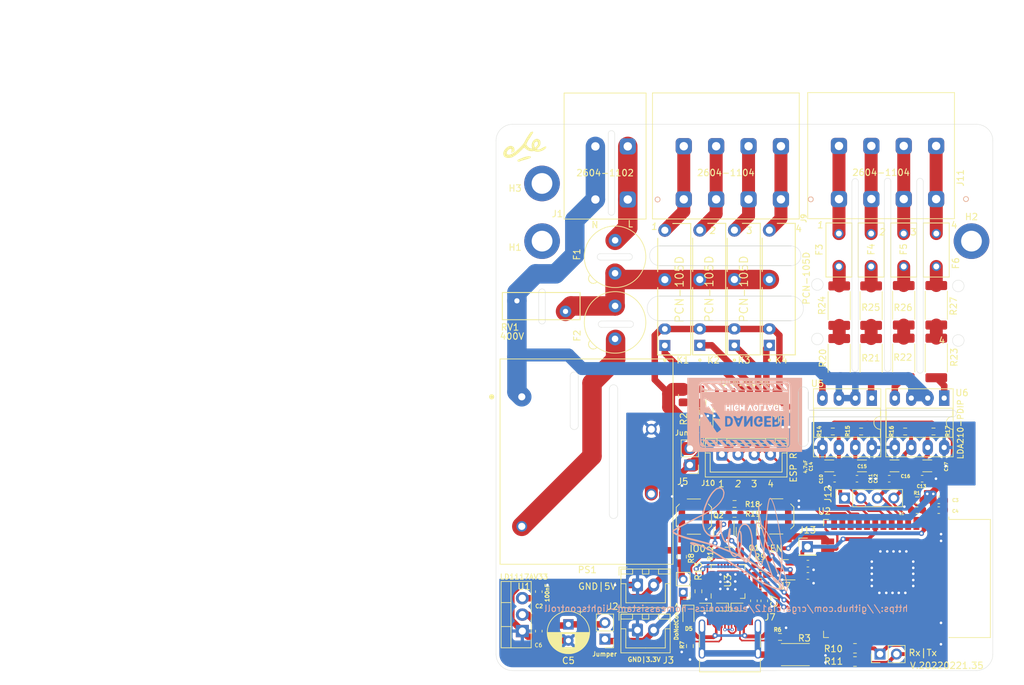
<source format=kicad_pcb>
(kicad_pcb (version 20211014) (generator pcbnew)
  (layers (0 "F.Cu" signal) (31 "B.Cu" signal) (34 "B.Paste" user) (35 "F.Paste" user) (36 "B.SilkS" user "B.Silkscreen") (37 "F.SilkS" user "F.Silkscreen") (38 "B.Mask" user) (39 "F.Mask" user) (44 "Edge.Cuts" user))
  (net 0 "")
  (net 1 "220VAC(L)")
  (net 2 "5V+")
  (net 3 "3.3V+")
  (net 4 "Sens4")
  (net 5 "Sens3")
  (net 6 "Sens2")
  (net 7 "Sens1")
  (net 8 "REO4")
  (net 9 "REO3")
  (net 10 "REO2")
  (net 11 "REO1")
  (net 12 "REI1")
  (net 13 "REI2")
  (net 14 "REI3")
  (net 15 "REI4")
  (net 16 "EspSens1")
  (net 17 "EspSens2")
  (net 18 "EspSens3")
  (net 19 "EspSens4")
  (net 20 "EspRel1")
  (net 21 "EspRel2")
  (net 22 "EspRel3")
  (net 23 "EspRel4")
  (net 24 "L_IN")
  (net 28 "220VAC(N)")
  (net 29 "EN")
  (net 30 "D+")
  (net 31 "D-")
  (net 32 "RTS")
  (net 33 "IO0")
  (net 34 "DTR")
  (net 35 "RXD0")
  (net 36 "TXD0")
  (net 37 "VBUS")
  (net 38 "TempIn")
  (net 39 "GND")
  (net 40 "Net-(R10-Pad2)")
  (net 41 "Net-(R12-Pad2)")
  (net 42 "Net-(R20-Pad2)")
  (net 43 "Net-(Q1-Pad1)")
  (net 44 "Net-(Q2-Pad1)")
  (net 45 "Net-(C5-Pad1)")
  (net 46 "Net-(R11-Pad2)")
  (net 47 "Net-(R21-Pad2)")
  (net 48 "Net-(R22-Pad2)")
  (net 49 "Net-(R23-Pad2)")
  (net 55 "Net-(D1-Pad2)")
  (net 56 "Net-(D5-Pad1)")
  (net 57 "Net-(J7-PadA5)")
  (net 59 "Net-(J7-PadB5)")
  (net 61 "Net-(J7-PadS1)")
  (net 62 "Net-(J8-Pad2)")
  (net 63 "Net-(R4-Pad2)")
  (net 64 "Net-(R9-Pad1)")
  (net 65 "Net-(R13-Pad2)")
  (net 105 "Net-(F3-Pad1)")
  (net 106 "Net-(F4-Pad1)")
  (net 107 "Net-(F5-Pad1)")
  (net 108 "Net-(R20-Pad1)")
  (net 109 "Net-(R21-Pad1)")
  (net 110 "Net-(R22-Pad1)")
  (net 111 "Net-(R23-Pad1)")
  (net 112 "Net-(J5-Pad2)")
  (net 113 "Net-(F6-Pad1)")
  (net 114 "Net-(F2-Pad2)")
  (footprint "Connector_PinHeader_2.54mm:PinHeader_1x02_P2.54mm_Vertical" (layer "F.Cu") (at 141.9733 146.8501 180)
    (fp_text reference "J4" hide)
    (fp_text value "Current Jumper" hide)
  )
  (footprint "Capacitor_SMD:C_1206_3216Metric_Pad1.33x1.80mm_HandSolder" (layer "F.Cu") (at 181.6604 120.1039)
    (property "Value" "4.7uF")
    (fp_text reference "C15")
    (fp_text value "4.7uF" hide)
  )
  (footprint "Resistor_SMD:R_2512_6332Metric_Pad1.40x3.35mm_HandSolder" (layer "F.Cu") (at 178.1429 95.3663 -90)
    (fp_text reference "R24")
    (fp_text value "150kΩ1w" hide)
  )
  (footprint "Resistor_SMD:R_2512_6332Metric_Pad1.40x3.35mm_HandSolder" (layer "F.Cu") (at 183.0705 95.3663 -90)
    (fp_text reference "R25")
    (fp_text value "150kΩ1w" hide)
  )
  (footprint "Varistor:RV_Disc_D12mm_W4.2mm_P7.5mm" (layer "F.Cu") (at 128.3865 94.6235)
    (fp_text reference "RV1" hide)
    (fp_text value "400V")
  )
  (footprint "Resistor_SMD:R_2512_6332Metric_Pad1.40x3.35mm_HandSolder" (layer "F.Cu") (at 183.0705 103.4943 -90)
    (fp_text reference "R21")
    (fp_text value "150kΩ1w" hide)
  )
  (footprint "Resistor_SMD:R_2512_6332Metric_Pad1.40x3.35mm_HandSolder" (layer "F.Cu") (at 178.1429 103.4943 -90)
    (fp_text reference "R20")
    (fp_text value "150kΩ1w" hide)
  )
  (footprint "LED_SMD:LED_0805_2012Metric_Pad1.15x1.40mm_HandSolder" (layer "F.Cu") (at 156.6045 109.2885 90)
    (fp_text reference "D1" hide)
    (fp_text value "LED" hide)
  )
  (footprint "Resistor_SMD:R_0805_2012Metric_Pad1.20x1.40mm_HandSolder" (layer "F.Cu") (at 154.0645 109.2975 90)
    (fp_text reference "R2")
    (fp_text value "100Ω" hide)
  )
  (footprint "Connector_JST:JST_XH_B2B-XH-A_1x02_P2.50mm_Vertical" (layer "F.Cu") (at 147.0025 138.4935)
    (fp_text reference "J2")
    (fp_text value "GND|5V")
  )
  (footprint "Connector_PinHeader_2.54mm:PinHeader_1x02_P2.54mm_Vertical" (layer "F.Cu") (at 155.0805 119.9655 180)
    (fp_text reference "J5")
    (fp_text value "Jumper")
  )
  (footprint "icons:che" (layer "F.Cu") (at 129.5965 70.8135)
    (fp_text reference "G***" hide)
    (fp_text value "LOGO" hide)
  )
  (footprint "icons:led_6000dpi" (layer "F.Cu") (at 156.7065 112.6735 -90)
    (fp_text reference "G***" hide)
    (fp_text value "LOGO" hide)
  )
  (footprint "Capacitor_SMD:C_0603_1608Metric_Pad1.08x0.95mm_HandSolder" (layer "F.Cu") (at 131.7625 145.6145 -90)
    (fp_text reference "C6")
    (fp_text value "100nF")
  )
  (footprint "Capacitor_SMD:C_0603_1608Metric_Pad1.08x0.95mm_HandSolder" (layer "F.Cu") (at 131.7625 139.5185 90)
    (fp_text reference "C2")
    (fp_text value "100nF" hide)
  )
  (footprint "Connector_JST:JST_XH_B4B-XH-A_1x04_P2.50mm_Vertical" (layer "F.Cu") (at 160.0265 118.3145)
    (fp_text reference "J10")
    (fp_text value "ESP Relays" hide)
  )
  (footprint "Capacitor_SMD:C_0603_1608Metric_Pad1.08x0.95mm_HandSolder" (layer "F.Cu") (at 170.0665 111.8465 -90)
    (fp_text reference "C9")
    (fp_text value "100nF" hide)
  )
  (footprint "rac05-05sk:277" (layer "F.Cu") (at 139.1361 119.4435)
    (fp_text reference "PS1")
    (fp_text value "RAC05-05SK/277")
  )
  (footprint "Package_TO_SOT_THT:TO-220-3_Vertical" (layer "F.Cu") (at 129.2225 145.6055 90)
    (fp_text reference "U1")
    (fp_text value "LD1117AV33_TO220" hide)
  )
  (footprint "PCN:bigpads_TE_Connectivity-PCN-124D" (layer "F.Cu") (at 152.6689 92.831099 90)
    (fp_text reference "K1")
    (fp_text value "PCN-105D")
  )
  (footprint "PCN:bigpads_TE_Connectivity-PCN-124D" (layer "F.Cu") (at 158.0664 92.8116 90)
    (fp_text reference "K2")
    (fp_text value "PCN-105D")
  )
  (footprint "PCN:bigpads_TE_Connectivity-PCN-124D" (layer "F.Cu") (at 168.8084 92.8116 90)
    (fp_text reference "K4")
    (fp_text value "PCN-105D")
  )
  (footprint "wago-2604-1104:big_pads_2604-1104" (layer "F.Cu") (at 169.1465 78.9535 180)
    (fp_text reference "J9")
    (fp_text value "2604-1104")
  )
  (footprint "wago-2604-1102:big_pads_2604-1102" (layer "F.Cu") (at 145.5001 78.977099 180)
    (fp_text reference "J1")
    (fp_text value "2604-1102")
  )
  (footprint "wago-2604-1104:big_pads_2604-1104" (layer "F.Cu") (at 193.1065 78.913499 180)
    (fp_text reference "J11")
    (fp_text value "2604-1104")
  )
  (footprint "Fuse:Fuseholder_TR5_Littelfuse_No560_No460" (layer "F.Cu") (at 143.5465 85.2835 -90)
    (fp_text reference "F1")
    (fp_text value "250V500mA")
  )
  (footprint "MountingHole:MountingHole_3.2mm_M3_ISO14580_Pad" (layer "F.Cu") (at 198.5645 85.4075)
    (fp_text reference "H2")
    (fp_text value "MountingHole_Pad" hide)
  )
  (footprint "MountingHole:MountingHole_3.2mm_M3_ISO14580_Pad" (layer "F.Cu") (at 132.2705 85.4075)
    (fp_text reference "H1")
    (fp_text value "MountingHole_Pad" hide)
  )
  (footprint "PCN:bigpads_TE_Connectivity-PCN-124D" (layer "F.Cu") (at 163.4109 92.8116 90)
    (fp_text reference "K3")
    (fp_text value "PCN-105D")
  )
  (footprint "MountingHole:MountingHole_3.2mm_M3_ISO14580_Pad" (layer "F.Cu") (at 132.2565 76.5035)
    (fp_text reference "H3")
    (fp_text value "MountingHole_Pad" hide)
  )
  (footprint "Package_SO:SOIC-16_3.9x9.9mm_P1.27mm" (layer "F.Cu") (at 163.7165 111.5835 90)
    (fp_text reference "U4" hide)
    (fp_text value "ULN2003A")
  )
  (footprint "Capacitor_SMD:C_0603_1608Metric_Pad1.08x0.95mm_HandSolder" (layer "F.Cu") (at 180.885 122.0851)
    (fp_text reference "C11")
    (fp_text value "100nF" hide)
  )
  (footprint "Capacitor_SMD:C_0603_1608Metric_Pad1.08x0.95mm_HandSolder" (layer "F.Cu") (at 185.8634 122.0851 180)
    (fp_text reference "C12")
    (fp_text value "100nF" hide)
  )
  (footprint "Capacitor_SMD:C_1206_3216Metric_Pad1.33x1.80mm_HandSolder" (layer "F.Cu") (at 186.6773 120.1039 180)
    (fp_text reference "C16")
    (fp_text value "4.7uF" hide)
  )
  (footprint "Capacitor_SMD:C_1206_3216Metric_Pad1.33x1.80mm_HandSolder" (layer "F.Cu") (at 191.745 120.1039)
    (fp_text reference "C17")
    (fp_text value "4.7uF" hide)
  )
  (footprint "Resistor_SMD:R_2512_6332Metric_Pad1.40x3.35mm_HandSolder" (layer "F.Cu") (at 193.1289 103.4435 -90)
    (fp_text reference "R23")
    (fp_text value "150kΩ1w" hide)
  )
  (footprint "Resistor_SMD:R_2512_6332Metric_Pad1.40x3.35mm_HandSolder" (layer "F.Cu") (at 188.0997 95.3155 -90)
    (fp_text reference "R26")
    (fp_text value "150kΩ1w" hide)
  )
  (footprint "Resistor_SMD:R_2512_6332Metric_Pad1.40x3.35mm_HandSolder" (layer "F.Cu") (at 193.1289 95.3115 -90)
    (fp_text reference "R27")
    (fp_text value "150kΩ1w" hide)
  )
  (footprint "Package_DIP:DIP-8_W7.62mm_Socket_LongPads" (layer "F.Cu") (at 183.1721 109.6391 -90)
    (fp_text reference "U5")
    (fp_text value "LDA210-PDIP")
  )
  (footprint "Package_DIP:DIP-8_W7.62mm_Socket_LongPads" (layer "F.Cu") (at 194.3481 109.6391 -90)
    (fp_text reference "U6")
    (fp_text value "LDA210-PDIP" hide)
  )
  (footprint "Resistor_SMD:R_2512_6332Metric_Pad1.40x3.35mm_HandSolder" (layer "F.Cu") (at 188.0997 103.4435 -90)
    (fp_text reference "R22")
    (fp_text value "150kΩ1w" hide)
  )
  (footprint "Capacitor_SMD:C_0603_1608Metric_Pad1.08x0.95mm_HandSolder" (layer "F.Cu") (at 177.4328 122.0851 180)
    (fp_text reference "C10")
    (fp_text value "100nF" hide)
  )
  (footprint "Capacitor_SMD:C_0603_1608Metric_Pad1.08x0.95mm_HandSolder" (layer "F.Cu") (at 190.9434 122.0851)
    (fp_text reference "C13")
    (fp_text value "100nF" hide)
  )
  (footprint "Resistor_SMD:R_0603_1608Metric_Pad0.98x0.95mm_HandSolder" (layer "F.Cu") (at 190.1685 125.4125)
    (fp_text reference "R1")
    (fp_text value "10kΩ" hide)
  )
  (footprint "Capacitor_SMD:C_0603_1608Metric_Pad1.08x0.95mm_HandSolder" (layer "F.Cu") (at 193.5215 125.4125)
    (fp_text reference "C3")
    (fp_text value "22uF" hide)
  )
  (footprint "Capacitor_SMD:C_0603_1608Metric_Pad1.08x0.95mm_HandSolder" (layer "F.Cu") (at 190.156 126.9365 180)
    (fp_text reference "C1")
    (fp_text value "100nF" hide)
  )
  (footprint "Package_TO_SOT_SMD:SOT-23" (layer "F.Cu") (at 163.7965 130.236 -90)
    (fp_text reference "Q1")
    (fp_text value "SS8050-SMD" hide)
  )
  (footprint "Resistor_SMD:R_0603_1608Metric_Pad0.98x0.95mm_HandSolder" (layer "F.Cu") (at 161.984 127.5135)
    (fp_text reference "R19")
    (fp_text value "10kΩ" hide)
  )
  (footprint "Resistor_SMD:R_0603_1608Metric_Pad0.98x0.95mm_HandSolder" (layer "F.Cu") (at 161.984 125.9835 180)
    (fp_text reference "R18")
    (fp_text value "10kΩ" hide)
  )
  (footprint "Diode_SMD:D_SOD-523" (layer "F.Cu") (at 157.283 141.9009 180)
    (fp_text reference "D2" hide)
    (fp_text value "D_TVS" hide)
  )
  (footprint "Connector_JST:JST_XH_B2B-XH-A_1x02_P2.50mm_Vertical" (layer "F.Cu") (at 146.9917 145.4531)
    (fp_text reference "J3")
    (fp_text value "GND|3.3V")
  )
  (footprint "Button_Switch_SMD:SW_SPST_SKQG_WithStem" (layer "F.Cu") (at 168.4165 127.9035 90)
    (fp_text reference "SW1")
    (fp_text value "EN")
  )
  (footprint "Button_Switch_SMD:SW_SPST_SKQG_WithStem" (layer "F.Cu") (at 155.7065 127.9335 -90)
    (fp_text reference "SW2")
    (fp_text value "IO0")
  )
  (footprint "Capacitor_SMD:C_0603_1608Metric_Pad1.08x0.95mm_HandSolder" (layer "F.Cu") (at 164.9749 140.9408 -90)
    (fp_text reference "C8" hide)
    (fp_text value "4.7uF" hide)
  )
  (footprint "Resistor_SMD:R_0603_1608Metric_Pad0.98x0.95mm_HandSolder" (layer "F.Cu") (at 165.978 135.4109)
    (fp_text reference "R9")
    (fp_text value "1kΩ")
  )
  (footprint "Resistor_SMD:R_0603_1608Metric_Pad0.98x0.95mm_HandSolder" (layer "F.Cu") (at 165.978 138.4589 180)
    (fp_text reference "R4" hide)
    (fp_text value "22.1kΩ" hide)
  )
  (footprint "Resistor_SMD:R_0603_1608Metric_Pad0.98x0.95mm_HandSolder" (layer "F.Cu") (at 165.978 136.9349)
    (fp_text reference "R5" hide)
    (fp_text value "47.5kΩ" hide)
  )
  (footprint "Capacitor_SMD:C_0603_1608Metric_Pad1.08x0.95mm_HandSolder" (layer "F.Cu") (at 166.5749 140.9473 -90)
    (fp_text reference "C7")
    (fp_text value "100nF")
  )
  (footprint "Resistor_SMD:R_0603_1608Metric_Pad0.98x0.95mm_HandSolder" (layer "F.Cu") (at 156.4065 139.4655 -90)
    (fp_text reference "R13")
    (fp_text value "1kΩ")
  )
  (footprint "Diode_SMD:D_SOD-323" (layer "F.Cu") (at 154.8665 143.1139 -90)
    (fp_text reference "D5")
    (fp_text value "BAT60A-7" hide)
  )
  (footprint "Diode_SMD:D_SOD-523" (layer "F.Cu") (at 159.883 141.9009 180)
    (fp_text reference "D4")
    (fp_text value "D_TVS")
  )
  (footprint "Diode_SMD:D_SOD-523" (layer "F.Cu") (at 162.593 141.9009)
    (fp_text reference "D3" hide)
    (fp_text value "D_TVS" hide)
  )
  (footprint "RF_Module:ESP32-WROOM-32" (layer "F.Cu") (at 185.6105 137.4865 -90)
    (fp_text reference "U2")
    (fp_text value "ESP32-WROOM-32E")
  )
  (footprint "Package_TO_SOT_SMD:SOT-23" (layer "F.Cu") (at 160.3365 130.246 -90)
    (fp_text reference "Q2")
    (fp_text value "SS8050" hide)
  )
  (footprint "Connector_PinSocket_2.54mm:PinSocket_1x04_P2.54mm_Vertical" (layer "F.Cu") (at 178.9557 125.0823 90)
    (fp_text reference "J12")
    (fp_text value "EspSense")
  )
  (footprint "Connector_PinHeader_2.54mm:PinHeader_1x02_P2.54mm_Vertical" (layer "F.Cu") (at 184.4421 149.1615 90)
    (fp_text reference "J6" hide)
    (fp_text value "Conn_01x02_Male" hide)
  )
  (footprint "Package_TO_SOT_SMD:SOT-23" (layer "F.Cu") (at 169.6593 136.1415 180)
    (fp_text reference "U7")
    (fp_text value "MCP9700T-ETT" hide)
  )
  (footprint "Resistor_SMD:R_1206_3216Metric_Pad1.30x1.75mm_HandSolder" (layer "F.Cu") (at 161.229 133.5755 180)
    (fp_text reference "R12")
    (fp_text value "1kΩ")
  )
  (footprint "Resistor_SMD:R_0805_2012Metric_Pad1.20x1.40mm_HandSolder" (layer "F.Cu") (at 180.578 150.3045 180)
    (fp_text reference "R11")
    (fp_text value "0Ω" hide)
  )
  (footprint "Resistor_SMD:R_0805_2012Metric_Pad1.20x1.40mm_HandSolder" (layer "F.Cu") (at 180.578 148.2725 180)
    (fp_text reference "R10")
    (fp_text value "0Ω" hide)
  )
  (footprint "Package_DFN_QFN:QFN-28-1EP_5x5mm_P0.5mm_EP3.35x3.35mm" (layer "F.Cu") (at 160.983 137.9409 90)
    (fp_text reference "U3")
    (fp_text value "CP2102N-A01-GQFN28" hide)
  )
  (footprint "Capacitor_SMD:C_0603_1608Metric_Pad1.08x0.95mm_HandSolder" (layer "F.Cu") (at 193.511 126.9365)
    (fp_text reference "C4")
    (fp_text value "100nF" hide)
  )
  (footprint "Capacitor_SMD:C_1206_3216Metric_Pad1.33x1.80mm_HandSolder" (layer "F.Cu") (at 176.6058 120.1039 180)
    (fp_text reference "C14")
    (fp_text value "4.7uF")
  )
  (footprint "Connector_PinHeader_2.00mm:PinHeader_1x02_P2.00mm_Vertical" (layer "F.Cu") (at 154.0565 139.6155 180)
    (fp_text reference "J8" hide)
    (fp_text value "DoNotCon->")
  )
  (footprint "Capacitor_SMD:C_0603_1608Metric_Pad1.08x0.95mm_HandSolder" (layer "F.Cu") (at 173.309 137.0935)
    (fp_text reference "C19" hide)
    (fp_text value "100nF" hide)
  )
  (footprint "Capacitor_SMD:C_0603_1608Metric_Pad1.08x0.95mm_HandSolder" (layer "F.Cu") (at 173.309 135.1935)
    (fp_text reference "C18" hide)
    (fp_text value "100nF" hide)
  )
  (footprint "Resistor_SMD:R_0603_1608Metric_Pad0.98x0.95mm_HandSolder" (layer "F.Cu") (at 169.009 146.5135)
    (fp_text reference "R6")
    (fp_text value "5.1kΩ" hide)
  )
  (footprint "Resistor_SMD:R_0603_1608Metric_Pad0.98x0.95mm_HandSolder" (layer "F.Cu") (at 188.3264 114.7953)
    (fp_text reference "R16")
    (fp_text value "47.5kΩ" hide)
  )
  (footprint "RST-80-AMMO:FUSE_RST-1-BULK" (layer "F.Cu") (at 183.0705 86.7791 90)
    (fp_text reference "F4")
    (fp_text value "Fuse")
  )
  (footprint "Resistor_SMD:R_0603_1608Metric_Pad0.98x0.95mm_HandSolder" (layer "F.Cu") (at 177.1542 114.7953)
    (fp_text reference "R14")
    (fp_text value "47.5kΩ" hide)
  )
  (footprint "RST-80-AMMO:FUSE_RST-1-BULK" (layer "F.Cu") (at 193.1289 86.7791 90)
    (fp_text reference "F6")
    (fp_text value "Fuse")
  )
  (footprint "Connector_USB:USB_C_Receptacle_HRO_TYPE-C-31-M-12" (layer "F.Cu") (at 161.273 148.0009)
    (fp_text reference "J7")
    (fp_text value "USB_C_Receptacle_USB2.0")
  )
  (footprint "Resistor_SMD:R_0603_1608Metric_Pad0.98x0.95mm_HandSolder" (layer "F.Cu") (at 192.6952 114.7953 180)
    (fp_text reference "R17")
    (fp_text value "47.5kΩ" hide)
  )
  (footprint "RST-80-AMMO:FUSE_RST-1-BULK" (layer "F.Cu") (at 188.0997 86.7791 90)
    (fp_text reference "F5")
    (fp_text value "Fuse")
  )
  (footprint "Fuse:Fuseholder_TR5_Littelfuse_No560_No460" (layer "F.Cu") (at 143.5465 95.4135 -90)
    (fp_text reference "F2")
    (fp_text value "250V50mA")
  )
  (footprint "Connector_PinHeader_2.54mm:PinHeader_1x01_P2.54mm_Vertical" (layer "F.Cu") (at 173.2365 132.5835)
    (fp_text reference "J13")
    (fp_text value "TempIn")
  )
  (footprint "Resistor_SMD:R_0805_2012Metric_Pad1.20x1.40mm_HandSolder" (layer "F.Cu") (at 153.8065 134.1355 -90)
    (fp_text reference "R8")
    (fp_text value "50Ω" hide)
  )
  (footprint "Resistor_SMD:R_2512_6332Metric_Pad1.40x3.35mm_HandSolder" (layer "F.Cu") (at 171.3765 149.2435)
    (fp_text reference "R3")
    (fp_text value "150kΩ1w")
  )
  (footprint "Capacitor_THT:CP_Radial_D6.3mm_P2.50mm" (layer "F.Cu") (at 136.3345 144.575521 -90)
    (fp_text reference "C5")
    (fp_text value "10uF" hide)
  )
  (footprint "RST-80-AMMO:FUSE_RST-1-BULK" (layer "F.Cu") (at 178.0921 86.7791 90)
    (fp_text reference "F3")
    (fp_text value "Fuse")
  )
  (footprint "Resistor_SMD:R_0603_1608Metric_Pad0.98x0.95mm_HandSolder" (layer "F.Cu") (at 181.523 114.7953 180)
    (fp_text reference "R15")
    (fp_text value "47.5kΩ" hide)
  )
  (footprint "Resistor_SMD:R_0603_1608Metric_Pad0.98x0.95mm_HandSolder" (layer "F.Cu") (at 155.0865 147.926 -90)
    (fp_text reference "R7")
    (fp_text value "5.1kΩ" hide)
  )
  (footprint "icons:danger1_negative" (layer "B.Cu") (at 163.5125 112.2299)
    (fp_text reference "G***" hide)
    (fp_text value "LOGO" hide)
  )
  (footprint "icons:paula" (layer "B.Cu") (at 161.093527 131.717189 180)
    (fp_text reference "G***" hide)
    (fp_text value "LOGO" hide)
  )
  (gr_arc (start 201.8665 149.1615) (mid 201.122551 150.957551) (end 199.3265 151.7015) (layer "Edge.Cuts") (width 0.05))
  (gr_line (start 201.8665 149.1615) (end 201.8665 69.9135) (layer "Edge.Cuts") (width 0.05))
  (gr_line (start 161.8365 151.7035) (end 127.6985 151.7035) (layer "Edge.Cuts") (width 0.05))
  (gr_circle (center 196.5265 92.3235) (end 197.424526 92.3235) (layer "Edge.Cuts") (width 0.05) (fill none))
  (gr_line (start 170.7134 97.7011) (end 150.247805 97.695528) (layer "Edge.Cuts") (width 0.1))
  (gr_line (start 199.3265 67.3735) (end 127.6985 67.3735) (layer "Edge.Cuts") (width 0.05))
  (gr_line (start 150.3934 93.8911) (end 170.7134 93.8911) (layer "Edge.Cuts") (width 0.1))
  (gr_arc (start 150.247805 97.695528) (mid 148.489794 95.723249) (end 150.3934 93.8911) (layer "Edge.Cuts") (width 0.05))
  (gr_line (start 125.1585 149.1615) (end 125.1585 69.9135) (layer "Edge.Cuts") (width 0.05))
  (gr_arc (start 170.7134 93.8911) (mid 172.6184 95.7961) (end 170.7134 97.7011) (layer "Edge.Cuts") (width 0.05))
  (gr_arc (start 127.6985 151.7035) (mid 125.90234 150.958246) (end 125.1585 149.1615) (layer "Edge.Cuts") (width 0.05))
  (gr_line (start 150.3934 86.1441) (end 170.7134 86.1441) (layer "Edge.Cuts") (width 0.1))
  (gr_line (start 170.7134 89.1921) (end 150.3934 89.1921) (layer "Edge.Cuts") (width 0.1))
  (gr_arc (start 171.8437 108.6739) (mid 172.6057 107.9119) (end 173.3677 108.6739) (layer "Edge.Cuts") (width 0.05))
  (gr_line (start 199.3265 151.7015) (end 161.8365 151.7035) (layer "Edge.Cuts") (width 0.05))
  (gr_arc (start 199.3265 67.3735) (mid 201.122551 68.117449) (end 201.8665 69.9135) (layer "Edge.Cuts") (width 0.05))
  (gr_circle (center 174.7665 100.5135) (end 175.664526 100.5135) (layer "Edge.Cuts") (width 0.05) (fill none))
  (gr_line (start 171.8437 116.3447) (end 171.8437 108.6739) (layer "Edge.Cuts") (width 0.1))
  (gr_arc (start 145.882375 97.732625) (mid 146.380625 98.230875) (end 145.882375 98.729125) (layer "Edge.Cuts") (width 0.05))
  (gr_arc (start 142.6665 108.2135) (mid 143.3015 107.5785) (end 143.9365 108.2135) (layer "Edge.Cuts") (width 0.05))
  (gr_circle (center 196.5265 100.7435) (end 197.424526 100.7435) (layer "Edge.Cuts") (width 0.05) (fill none))
  (gr_line (start 145.712375 87.332625) (end 141.280625 87.334375) (layer "Edge.Cuts") (width 0.05))
  (gr_arc (start 141.450625 98.730875) (mid 140.952375 98.232625) (end 141.450625 97.734375) (layer "Edge.Cuts") (width 0.05))
  (gr_line (start 173.6217 111.5187) (end 195.7197 111.5187) (layer "Edge.Cuts") (width 0.1))
  (gr_line (start 141.450625 98.730875) (end 145.882375 98.729125) (layer "Edge.Cuts") (width 0.05))
  (gr_arc (start 185.1265 76.1835) (mid 185.625625 75.684375) (end 186.12475 76.1835) (layer "Edge.Cuts") (width 0.05))
  (gr_arc (start 190.11825 76.2035) (mid 190.61825 75.7035) (end 191.11825 76.2035) (layer "Edge.Cuts") (width 0.05))
  (gr_line (start 173.3677 108.6739) (end 173.3677 111.2647) (layer "Edge.Cuts") (width 0.1))
  (gr_line (start 180.1065 76.2535) (end 180.1065 105.04525) (layer "Edge.Cuts") (width 0.05))
  (gr_line (start 185.1265 76.1835) (end 185.1265 105.03525) (layer "Edge.Cuts") (width 0.05))
  (gr_arc (start 143.473 80.9135) (mid 142.97475 81.41175) (end 142.4765 80.9135) (layer "Edge.Cuts") (width 0.05))
  (gr_arc (start 132.762125 97.709375) (mid 132.263875 98.207625) (end 131.765625 97.709375) (layer "Edge.Cuts") (width 0.05))
  (gr_line (start 195.7197 112.5347) (end 173.6217 112.5347) (layer "Edge.Cuts") (width 0.1))
  (gr_arc (start 181.103 105.04525) (mid 180.60475 105.5435) (end 180.1065 105.04525) (layer "Edge.Cuts") (width 0.05))
  (gr_arc (start 173.6217 111.5187) (mid 173.442095 111.444305) (end 173.3677 111.2647) (layer "Edge.Cuts") (width 0.05))
  (gr_arc (start 142.4765 68.8435) (mid 142.97475 68.34525) (end 143.473 68.8435) (layer "Edge.Cuts") (width 0.05))
  (gr_line (start 143.473 80.9135) (end 143.473 68.8435) (layer "Edge.Cuts") (width 0.05))
  (gr_arc (start 145.712375 87.332625) (mid 146.210625 87.830875) (end 145.712375 88.329125) (layer "Edge.Cuts") (width 0.05))
  (gr_line (start 190.11825 76.2035) (end 190.11825 105.2935) (layer "Edge.Cuts") (width 0.05))
  (gr_line (start 181.103 105.04525) (end 181.103 76.2535) (layer "Edge.Cuts") (width 0.05))
  (gr_arc (start 191.11475 105.2935) (mid 190.6165 105.79175) (end 190.11825 105.2935) (layer "Edge.Cuts") (width 0.05))
  (gr_arc (start 186.12475 105.03525) (mid 185.625625 105.534375) (end 185.1265 105.03525) (layer "Edge.Cuts") (width 0.05))
  (gr_line (start 137.8665 106.2435) (end 137.8665 113.8635) (layer "Edge.Cuts") (width 0.05))
  (gr_line (start 191.11475 105.2935) (end 191.11825 76.2035) (layer "Edge.Cuts") (width 0.05))
  (gr_line (start 136.5965 113.8635) (end 136.5965 106.2435) (layer "Edge.Cuts") (width 0.05))
  (gr_arc (start 143.9365 127.6191) (mid 143.3015 128.238678) (end 142.6665 127.6191) (layer "Edge.Cuts") (width 0.05))
  (gr_arc (start 170.7134 86.1441) (mid 172.2374 87.6681) (end 170.7134 89.1921) (layer "Edge.Cuts") (width 0.05))
  (gr_arc (start 150.3934 89.1921) (mid 148.8694 87.6681) (end 150.3934 86.1441) (layer "Edge.Cuts") (width 0.05))
  (gr_arc (start 125.1585 69.9135) (mid 125.902449 68.117449) (end 127.6985 67.3735) (layer "Edge.Cuts") (width 0.05))
  (gr_arc (start 173.3677 116.3447) (mid 172.6057 117.1067) (end 171.8437 116.3447) (layer "Edge.Cuts") (width 0.05))
  (gr_arc (start 141.280625 88.330875) (mid 140.782375 87.832625) (end 141.280625 87.334375) (layer "Edge.Cuts") (width 0.05))
  (gr_line (start 131.765625 93.277625) (end 131.765625 97.709375) (layer "Edge.Cuts") (width 0.05))
  (gr_line (start 142.6665 108.2135) (end 142.6665 127.6191) (layer "Edge.Cuts") (width 0.05))
  (gr_circle (center 174.7665 92.1035) (end 175.4015 91.4685) (layer "Edge.Cuts") (width 0.05) (fill none))
  (gr_line (start 186.12475 105.03525) (end 186.12475 76.1835) (layer "Edge.Cuts") (width 0.05))
  (gr_line (start 142.4765 68.8435) (end 142.4765 80.9135) (layer "Edge.Cuts") (width 0.05))
  (gr_line (start 145.882375 97.732625) (end 141.450625 97.734375) (layer "Edge.Cuts") (width 0.05))
  (gr_arc (start 131.765625 93.277625) (mid 132.263875 92.779375) (end 132.762125 93.277625) (layer "Edge.Cuts") (width 0.05))
  (gr_arc (start 195.7197 111.5187) (mid 196.2277 112.0267) (end 195.7197 112.5347) (layer "Edge.Cuts") (width 0.05))
  (gr_line (start 173.3677 112.7887) (end 173.3677 116.3447) (layer "Edge.Cuts") (width 0.1))
  (gr_arc (start 173.3677 112.7887) (mid 173.442095 112.609095) (end 173.6217 112.5347) (layer "Edge.Cuts") (width 0.05))
  (gr_line (start 132.762125 97.709375) (end 132.762125 93.277625) (layer "Edge.Cuts") (width 0.05))
  (gr_line (start 141.280625 88.330875) (end 145.712375 88.329125) (layer "Edge.Cuts") (width 0.05))
  (gr_line (start 143.9365 127.6191) (end 143.9365 108.2135) (layer "Edge.Cuts") (width 0.05))
  (gr_arc (start 180.1065 76.2535) (mid 180.60475 75.75525) (end 181.103 76.2535) (layer "Edge.Cuts") (width 0.05))
  (gr_arc (start 137.8665 113.8635) (mid 137.2315 114.4985) (end 136.5965 113.8635) (layer "Edge.Cuts") (width 0.05))
  (gr_arc (start 136.5965 106.2435) (mid 137.2315 105.6085) (end 137.8665 106.2435) (layer "Edge.Cuts") (width 0.05))
  (gr_text "https://github.com/crgarcia12/electronics-homeassistant-lightscontroll" (at 160.6765 142.1335) (layer "B.SilkS") (effects (font (size 1 1)) (justify mirror)))
  (gr_text "4" (at 193.9925 100.7745) (layer "F.SilkS") (effects (font (size 1 1))))
  (gr_text "3" (at 189.6035 84.0105) (layer "F.SilkS") (effects (font (size 1 1))))
  (gr_text "4" (at 195.8865 82.9435) (layer "F.SilkS") (effects (font (size 1 1))))
  (gr_text "1" (at 175.2065 82.9135) (layer "F.SilkS") (effects (font (size 1 1) (thickness 0.15) italic)))
  (gr_text "V.20220221.35" (at 194.7545 150.9395) (layer "F.SilkS") (effects (font (size 1 1))))
  (gr_text "2" (at 184.7775 84.0105) (layer "F.SilkS") (effects (font (size 1 1) (thickness 0.15) italic)))
  (gr_text "LD1117AV33" (at 129.4765 137.2235) (layer "F.SilkS") (effects (font (size 0.8 0.8))))
  (gr_text "N" (at 141.0465 82.8935) (layer "F.SilkS") (effects (font (size 1 1)) (justify right)))
  (gr_text "L" (at 145.3965 82.7635) (layer "F.SilkS") (effects (font (size 1 1)) (justify left)))
  (gr_text "4" (at 167.5565 122.8835) (layer "F.SilkS") (effects (font (size 1 1))))
  (gr_text "ESP Relay" (at 171.0765 118.8335 90) (layer "F.SilkS") (effects (font (size 1 1))))
  (gr_text "3" (at 164.2565 83.7835) (layer "F.SilkS") (effects (font (size 1 1))))
  (gr_text "4" (at 171.8865 83.5035) (layer "F.SilkS") (effects (font (size 1 1))))
  (gr_text "2" (at 158.5865 83.7835) (layer "F.SilkS") (effects (font (size 1 1) (thickness 0.15) italic)))
  (gr_text "1" (at 149.5865 83.1635) (layer "F.SilkS") (effects (font (size 1 1) (thickness 0.15) italic)))
  (gr_text "2" (at 162.4765 122.8835) (layer "F.SilkS") (effects (font (size 1 1) (thickness 0.15) italic)))
  (gr_text "3" (at 165.0165 122.8835) (layer "F.SilkS") (effects (font (size 1 1))))
  (gr_text "1" (at 159.9365 122.8835) (layer "F.SilkS") (effects (font (size 1 1))))
  (segment (start 143.5365 90.3635) (end 143.5365 95.4035) (width 3) (layer "F.Cu") (net 1))
  (segment (start 143.5465 95.4135) (end 136.72983 95.4135) (width 3) (layer "F.Cu") (net 1))
  (segment (start 143.5365 95.4035) (end 143.5465 95.4135) (width 3) (layer "F.Cu") (net 1))
  (segment (start 167.3584 91.331601) (end 144.504601 91.331601) (width 3) (layer "F.Cu") (net 1))
  (segment (start 144.504601 91.331601) (end 143.5365 90.3635) (width 3) (layer "F.Cu") (net 1))
  (segment (start 136.72983 95.4135) (end 135.8865 96.25683) (width 3) (layer "F.Cu") (net 1))
  (segment (start 157.5865 116.820909) (end 151.8065 111.040909) (width 2) (layer "F.Cu") (net 2))
  (segment (start 151.2189 98.9711) (end 167.338901 98.9711) (width 1) (layer "F.Cu") (net 2))
  (segment (start 151.8065 108.9335) (end 149.669389 106.796389) (width 1) (layer "F.Cu") (net 2))
  (segment (start 167.338901 98.9711) (end 167.3584 98.951601) (width 1) (layer "F.Cu") (net 2))
  (segment (start 167.917422 98.951601) (end 167.3584 98.951601) (width 1) (layer "F.Cu") (net 2))
  (segment (start 149.669389 99.961589) (end 150.659878 98.9711) (width 1) (layer "F.Cu") (net 2))
  (segment (start 131.7625 140.5435) (end 129.2405 140.5435) (width 1) (layer "F.Cu") (net 2))
  (segment (start 155.0805 119.9655) (end 150.83562 124.21038) (width 1) (layer "F.Cu") (net 2))
  (segment (start 150.9745 133.1355) (end 150.83562 133.27438) (width 1) (layer "F.Cu") (net 2))
  (segment (start 150.83562 137.16038) (end 149.5025 138.4935) (width 1) (layer "F.Cu") (net 2))
  (segment (start 149.5025 138.686324) (end 147.807824 140.381) (width 1) (layer "F.Cu") (net 2))
  (segment (start 168.907911 108.362089) (end 168.907911 99.94209) (width 1) (layer "F.Cu") (net 2))
  (segment (start 150.659878 98.9711) (end 151.2189 98.9711) (width 1) (layer "F.Cu") (net 2))
  (segment (start 168.907911 99.94209) (end 167.917422 98.951601) (width 1) (layer "F.Cu") (net 2))
  (segment (start 149.669389 106.796389) (end 149.669389 99.961589) (width 1) (layer "F.Cu") (net 2))
  (segment (start 151.8065 108.9335) (end 152.4425 108.2975) (width 2) (layer "F.Cu") (net 2))
  (segment (start 151.8065 111.040909) (end 151.8065 108.9335) (width 2) (layer "F.Cu") (net 2))
  (segment (start 150.83562 133.27438) (end 150.83562 137.16038) (width 1) (layer "F.Cu") (net 2))
  (segment (start 168.1615 109.1085) (end 168.907911 108.362089) (width 1) (layer "F.Cu") (net 2))
  (segment (start 157.5865 118.030091) (end 157.5865 116.820909) (width 2) (layer "F.Cu") (net 2))
  (segment (start 147.807824 140.381) (end 131.7625 140.381) (width 1) (layer "F.Cu") (net 2))
  (segment (start 152.4425 108.2975) (end 154.0645 108.2975) (width 2) (layer "F.Cu") (net 2))
  (segment (start 155.0805 119.9655) (end 155.651091 119.9655) (width 2) (layer "F.Cu") (net 2))
  (segment (start 153.8065 133.1355) (end 150.9745 133.1355) (width 1) (layer "F.Cu") (net 2))
  (segment (start 170.037 110.984) (end 168.1615 109.1085) (width 1) (layer "F.Cu") (net 2))
  (segment (start 150.83562 124.21038) (end 150.83562 133.27438) (width 1) (layer "F.Cu") (net 2))
  (segment (start 155.651091 119.9655) (end 157.5865 118.030091) (width 2) (layer "F.Cu") (net 2))
  (segment (start 149.5025 138.4935) (end 149.5025 138.686324) (width 1) (layer "F.Cu") (net 2))
  (segment (start 195.8665 120.851644) (end 195.8665 116.0535) (width 1) (layer "F.Cu") (net 3))
  (segment (start 166.5749 140.0848) (end 166.00348 139.51338) (width 0.25) (layer "F.Cu") (net 3))
  (segment (start 182.4355 114.7953) (end 182.4355 113.69906) (width 0.6) (layer "F.Cu") (net 3))
  (segment (start 166.8905 134.8395) (end 167.7015 134.0285) (width 1) (layer "F.Cu") (net 3))
  (segment (start 177.41622 113.62078) (end 176.2417 114.7953) (width 1) (layer "F.Cu") (net 3))
  (segment (start 193.6077 114.7953) (end 193.595346 114.7953) (width 1) (layer "F.Cu") (net 3))
  (segment (start 192.659 125.4125) (end 192.659 128.923) (width 1) (layer "F.Cu") (net 3))
  (segment (start 172.4445 137.0915) (end 172.4465 137.0935) (width 0.6) (layer "F.Cu") (net 3))
  (segment (start 170.5968 136.129) (end 170.5737 136.1059) (width 0.6) (layer "F.Cu") (net 3))
  (segment (start 165.92752 136.33638) (end 166.853 135.4109) (width 0.35) (layer "F.Cu") (net 3))
  (segment (start 182.51378 113.62078) (end 177.41622 113.62078) (width 1) (layer "F.Cu") (net 3))
  (segment (start 192.6717 124.046444) (end 195.8665 120.851644) (width 1) (layer "F.Cu") (net 3))
  (segment (start 166.00348 136.26042) (end 166.853 135.4109) (width 0.25) (layer "F.Cu") (net 3))
  (segment (start 166.00348 139.51338) (end 166.00348 136.26042) (width 0.25) (layer "F.Cu") (net 3))
  (segment (start 194.6083 114.7953) (end 193.6077 114.7953) (width 1) (layer "F.Cu") (net 3))
  (segment (start 187.4139 113.6809) (end 187.35378 113.62078) (width 0.6) (layer "F.Cu") (net 3))
  (segment (start 191.7319 124.7241) (end 191.0435 125.4125) (width 1) (layer "F.Cu") (net 3))
  (segment (start 165.7472 140.0848) (end 165.92752 139.90448) (width 0.35) (layer "F.Cu") (net 3))
  (segment (start 142.27631 147.15311) (end 147.98521 147.15311) (width 1) (layer "F.Cu") (net 3))
  (segment (start 193.595346 114.7953) (end 192.420826 113.62078) (width 1) (layer "F.Cu") (net 3))
  (segment (start 192.659 125.4125) (end 192.659 124.44512) (width 1) (layer "F.Cu") (net 3))
  (segment (start 164.6623 140.3909) (end 162.30752 140.3909) (width 1) (layer "F.Cu") (net 3))
  (segment (start 182.4355 113.69906) (end 182.51378 113.62078) (width 0.6) (layer "F.Cu") (net 3))
  (segment (start 147.98521 147.15311) (end 149.4917 145.64662) (width 1) (layer "F.Cu") (net 3))
  (segment (start 166.8905 135.4109) (end 166.8905 134.8395) (width 1) (layer "F.Cu") (net 3))
  (segment (start 187.35378 113.62078) (end 182.51378 113.62078) (width 1) (layer "F.Cu") (net 3))
  (segment (start 170.5968 137.0915) (end 170.5968 136.129) (width 0.6) (layer "F.Cu") (net 3))
  (segment (start 170.5968 137.0915) (end 172.4445 137.0915) (width 0.6) (layer "F.Cu") (net 3))
  (segment (start 166.5749 140.0848) (end 165.7472 140.0848) (width 1) (layer "F.Cu") (net 3))
  (segment (start 192.659 128.923) (end 192.5955 128.9865) (width 1) (layer "F.Cu") (net 3))
  (segment (start 165.92752 139.90448) (end 165.92752 136.33638) (width 0.35) (layer "F.Cu") (net 3))
  (segment (start 191.7319 124.4219) (end 191.7319 124.7241) (width 1) (layer "F.Cu") (net 3))
  (segment (start 187.4139 114.7953) (end 187.4139 113.6809) (width 0.6) (layer "F.Cu") (net 3))
  (segment (start 165.7472 140.0848) (end 164.9814 140.0848) (width 1) (layer "F.Cu") (net 3))
  (segment (start 192.6717 124.43242) (end 192.6717 124.046444) (width 1) (layer "F.Cu") (net 3))
  (segment (start 192.659 124.44512) (end 192.6717 124.43242) (width 1) (layer "F.Cu") (net 3))
  (segment (start 192.420826 113.62078) (end 187.35378 113.62078) (width 1) (layer "F.Cu") (net 3))
  (segment (start 195.8665 116.0535) (end 194.6083 114.7953) (width 1) (layer "F.Cu") (net 3))
  (segment (start 164.9749 140.0783) (end 164.6623 140.3909) (width 1) (layer "F.Cu") (net 3))
  (segment (start 164.9814 140.0848) (end 164.9749 140.0783) (width 1) (layer "F.Cu") (net 3))
  (segment (start 191.0435 125.4125) (end 192.659 125.4125) (width 1) (layer "F.Cu") (net 3))
  (via (at 170.5737 136.1059) (size 0.8) (drill 0.4) (layers "F.Cu" "B.Cu") (net 3))
  (via (at 167.7015 134.0285) (size 0.8) (drill 0.4) (layers "F.Cu" "B.Cu") (net 3))
  (via (at 191.7319 124.4219) (size 0.8) (drill 0.4) (layers "F.Cu" "B.Cu") (net 3))
  (via (at 192.6717 124.43242) (size 0.8) (drill 0.4) (layers "F.Cu" "B.Cu") (net 3))
  (segment (start 169.7789 136.1059) (end 167.7015 134.0285) (width 0.6) (layer "B.Cu") (net 3))
  (segment (start 152.681989 129.108011) (end 152.681989 142.262811) (width 1) (layer "B.Cu") (net 3))
  (segment (start 191.7319 124.4219) (end 191.7319 125.37222) (width 1) (layer "B.Cu") (net 3))
  (segment (start 167.7015 134.0285) (end 167.1115 133.4385) (width 0.6) (layer "B.Cu") (net 3))
  (segment (start 170.5737 136.1059) (end 169.7789 136.1059) (width 0.6) (layer "B.Cu") (net 3))
  (segment (start 189.08062 128.0235) (end 190.42356 126.68056) (width 1) (layer "B.Cu") (net 3))
  (segment (start 191.7319 125.37222) (end 190.42356 126.68056) (width 1) (layer "B.Cu") (net 3))
  (segment (start 167.1115 133.4385) (end 166.2265 132.5535) (width 0.6) (layer "B.Cu") (net 3))
  (segment (start 170.5965 128.0235) (end 189.08062 128.0235) (width 1) (layer "B.Cu") (net 3))
  (segment (start 192.6717 124.43242) (end 191.74242 124.43242) (width 1) (layer "B.Cu") (net 3))
  (segment (start 166.3465 128.0235) (end 153.7665 128.0235) (width 1) (layer "B.Cu") (net 3))
  (segment (start 153.7665 128.0235) (end 152.681989 129.108011) (width 1) (layer "B.Cu") (net 3))
  (segment (start 152.681989 142.262811) (end 149.4917 145.4531) (width 1) (layer "B.Cu") (net 3))
  (segment (start 191.74242 124.43242) (end 191.7319 124.4219) (width 1) (layer "B.Cu") (net 3))
  (segment (start 170.5965 128.0235) (end 166.3465 128.0235) (width 1) (layer "B.Cu") (net 3))
  (segment (start 166.2265 132.5535) (end 166.2265 128.1435) (width 0.6) (layer "B.Cu") (net 3))
  (segment (start 192.6717 124.43242) (end 191.7319 125.37222) (width 1) (layer "B.Cu") (net 3))
  (segment (start 166.2265 128.1435) (end 166.3465 128.0235) (width 0.6) (layer "B.Cu") (net 3))
  (segment (start 193.1289 84.2391) (end 193.1289 78.935899) (width 2) (layer "F.Cu") (net 4))
  (segment (start 193.1289 78.935899) (end 193.1065 78.913499) (width 2) (layer "F.Cu") (net 4))
  (segment (start 193.1065 78.913499) (end 193.1065 70.7135) (width 2) (layer "F.Cu") (net 4))
  (segment (start 188.0997 78.920299) (end 188.1065 78.913499) (width 2) (layer "F.Cu") (net 5))
  (segment (start 188.1065 70.7135) (end 188.1065 78.913499) (width 2) (layer "F.Cu") (net 5))
  (segment (start 188.0997 84.2391) (end 188.0997 78.920299) (width 2) (layer "F.Cu") (net 5))
  (segment (start 183.0705 84.2391) (end 183.0705 70.7495) (width 2) (layer "F.Cu") (net 6))
  (segment (start 183.0705 70.7495) (end 183.1065 70.7135) (width 2) (layer "F.Cu") (net 6))
  (segment (start 178.1065 70.7135) (end 178.1065 78.913499) (width 2) (layer "F.Cu") (net 7))
  (segment (start 178.1065 84.2247) (end 178.0921 84.2391) (width 2) (layer "F.Cu") (net 7))
  (segment (start 178.1065 78.913499) (end 178.1065 84.2247) (width 2) (layer "F.Cu") (net 7))
  (segment (start 169.1465 70.753501) (end 169.1465 81.923501) (width 2) (layer "F.Cu") (net 8))
  (segment (start 169.1465 81.923501) (end 167.3584 83.711601) (width 2) (layer "F.Cu") (net 8))
  (segment (start 164.1465 81.526001) (end 161.9609 83.711601) (width 2) (layer "F.Cu") (net 9))
  (segment (start 164.1465 70.753501) (end 164.1465 81.526001) (width 2) (layer "F.Cu") (net 9))
  (segment (start 159.1465 81.181501) (end 156.6164 83.711601) (width 2) (layer "F.Cu") (net 10))
  (segment (start 159.1465 70.753501) (end 159.1465 81.181501) (width 2) (layer "F.Cu") (net 10))
  (segment (start 154.1465 80.8035) (end 151.2189 83.7311) (width 2) (layer "F.Cu") (net 11))
  (segment (start 154.1465 70.753501) (end 154.1465 80.8035) (width 2) (layer "F.Cu") (net 11))
  (segment (start 160.002902 105.1235) (end 153.6565 105.1235) (width 1) (layer "F.Cu") (net 12))
  (segment (start 163.0815 109.1085) (end 163.0815 108.202098) (width 1) (layer "F.Cu") (net 12))
  (segment (start 163.0815 108.202098) (end 160.002902 105.1235) (width 1) (layer "F.Cu") (net 12))
  (segment (start 153.6565 105.1235) (end 151.2189 102.6859) (width 1) (layer "F.Cu") (net 12))
  (segment (start 151.2189 102.6859) (end 151.2189 101.5111) (width 1) (layer "F.Cu") (net 12))
  (segment (start 156.6164 101.491601) (end 158.4664 101.491601) (width 1) (layer "F.Cu") (net 13))
  (segment (start 158.4664 101.491601) (end 164.3515 107.376701) (width 1) (layer "F.Cu") (net 13))
  (segment (start 164.3515 107.376701) (end 164.3515 109.1085) (width 1) (layer "F.Cu") (net 13))
  (segment (start 165.6215 109.1085) (end 165.6215 105.152201) (width 1) (layer "F.Cu") (net 14))
  (segment (start 165.6215 105.152201) (end 161.9609 101.491601) (width 1) (layer "F.Cu") (net 14))
  (segment (start 166.8915 101.958501) (end 166.8915 109.1085) (width 1) (layer "F.Cu") (net 15))
  (segment (start 167.3584 101.491601) (end 166.8915 101.958501) (width 1) (layer "F.Cu") (net 15))
  (segment (start 178.0667 114.7953) (end 178.0667 117.2337) (width 0.6) (layer "F.Cu") (net 16))
  (segment (start 178.0921 117.2591) (end 178.0921 121.8819) (width 0.6) (layer "F.Cu") (net 16))
  (segment (start 184.9755 127.6365) (end 184.39322 127.05422) (width 0.35) (layer "F.Cu") (net 16))
  (segment (start 181.988562 126.3523) (end 180.3781 126.3523) (width 0.35) (layer "F.Cu") (net 16))
  (segment (start 184.9755 128.9865) (end 184.9755 127.6365) (width 0.35) (layer "F.Cu") (net 16))
  (segment (start 178.0921 121.8819) (end 178.2953 122.0851) (width 0.6) (layer "F.Cu") (net 16))
  (segment (start 184.39322 127.05422) (end 182.690481 127.054219) (width 0.35) (layer "F.Cu") (net 16))
  (segment (start 178.2953 124.4219) (end 178.9557 125.0823) (width 0.6) (layer "F.Cu") (net 16))
  (segment (start 179.1081 125.0823) (end 178.9557 125.0823) (width 0.35) (layer "F.Cu") (net 16))
  (segment (start 178.0667 117.2337) (end 178.0921 117.2591) (width 0.6) (layer "F.Cu") (net 16))
  (segment (start 182.690481 127.054219) (end 181.988562 126.3523) (width 0.35) (layer "F.Cu") (net 16))
  (segment (start 178.2953 122.0851) (end 178.2953 124.4219) (width 0.6) (layer "F.Cu") (net 16))
  (segment (start 180.3781 126.3523) (end 179.1081 125.0823) (width 0.35) (layer "F.Cu") (net 16))
  (segment (start 182.9181 126.5047) (end 185.1137 126.5047) (width 0.35) (layer "F.Cu") (net 17))
  (segment (start 186.2455 127.6365) (end 186.2455 128.9865) (width 0.35) (layer "F.Cu") (net 17))
  (segment (start 180.0225 123.6091) (end 181.4957 125.0823) (width 0.6) (layer "F.Cu") (net 17))
  (segment (start 181.4957 125.0823) (end 182.9181 126.5047) (width 0.35) (layer "F.Cu") (net 17))
  (segment (start 180.6105 114.7953) (end 180.6105 117.2375) (width 0.6) (layer "F.Cu") (net 17))
  (segment (start 180.0979 120.1039) (end 180.0979 122.0097) (width 0.6) (layer "F.Cu") (net 17))
  (segment (start 185.1137 126.5047) (end 186.2455 127.6365) (width 0.35) (layer "F.Cu") (net 17))
  (segment (start 180.0225 122.0851) (end 180.0225 123.6091) (width 0.6) (layer "F.Cu") (net 17))
  (segment (start 180.6105 117.2375) (end 180.6321 117.2591) (width 0.6) (layer "F.Cu") (net 17))
  (segment (start 180.0979 122.0097) (end 180.0225 122.0851) (width 0.6) (layer "F.Cu") (net 17))
  (segment (start 180.6321 117.2591) (end 180.6321 119.5697) (width 0.6) (layer "F.Cu") (net 17))
  (segment (start 180.6321 119.5697) (end 180.0979 120.1039) (width 0.6) (layer "F.Cu") (net 17))
  (segment (start 187.5155 127.7493) (end 187.510979 127.7493) (width 0.35) (layer "F.Cu") (net 18))
  (segment (start 189.2389 117.2299) (end 189.2681 117.2591) (width 0.6) (layer "F.Cu") (net 18))
  (segment (start 188.2398 120.1039) (end 188.2398 121.373108) (width 0.6) (layer "F.Cu") (net 18))
  (segment (start 188.2398 121.373108) (end 187.527808 122.0851) (width 0.6) (layer "F.Cu") (net 18))
  (segment (start 187.527808 122.0851) (end 186.7259 122.0851) (width 0.6) (layer "F.Cu") (net 18))
  (segment (start 188.2398 118.2874) (end 189.2681 117.2591) (width 0.6) (layer "F.Cu") (net 18))
  (segment (start 186.7259 122.3921) (end 184.0357 125.0823) (width 0.6) (layer "F.Cu") (net 18))
  (segment (start 187.5155 128.9865) (end 187.5155 127.7493) (width 0.35) (layer "F.Cu") (net 18))
  (segment (start 187.510979 127.7493) (end 184.843979 125.0823) (width 0.35) (layer "F.Cu") (net 18))
  (segment (start 186.7259 122.0851) (end 186.7259 122.3921) (width 0.6) (layer "F.Cu") (net 18))
  (segment (start 188.2398 120.1039) (end 188.2398 118.2874) (width 0.6) (layer "F.Cu") (net 18))
  (segment (start 189.2389 114.7953) (end 189.2389 117.2299) (width 0.6) (layer "F.Cu") (net 18))
  (segment (start 184.843979 125.0823) (end 184.0357 125.0823) (width 0.35) (layer "F.Cu") (net 18))
  (segment (start 191.7827 114.7953) (end 191.7827 117.2337) (width 0.6) (layer "F.Cu") (net 19))
  (segment (start 186.5757 125.0823) (end 186.5757 125.9967) (width 0.35) (layer "F.Cu") (net 19))
  (segment (start 190.0809 122.0851) (end 189.5729 122.0851) (width 0.6) (layer "F.Cu") (net 19))
  (segment (start 190.0809 122.0851) (end 190.0809 120.2055) (width 0.6) (layer "F.Cu") (net 19))
  (segment (start 186.5757 125.9967) (end 188.7855 128.2065) (width 0.35) (layer "F.Cu") (net 19))
  (segment (start 191.8081 118.4783) (end 190.1825 120.1039) (width 0.6) (layer "F.Cu") (net 19))
  (segment (start 191.8081 117.2591) (end 191.8081 118.4783) (width 0.6) (layer "F.Cu") (net 19))
  (segment (start 189.5729 122.0851) (end 186.5757 125.0823) (width 0.6) (layer "F.Cu") (net 19))
  (segment (start 190.0809 120.2055) (end 190.1825 120.1039) (width 0.6) (layer "F.Cu") (net 19))
  (segment (start 188.7855 128.2065) (end 188.7855 128.9865) (width 0.35) (layer "F.Cu") (net 19))
  (segment (start 191.7827 117.2337) (end 191.8081 117.2591) (width 0.6) (layer "F.Cu") (net 19))
  (segment (start 176.7713 130.6195) (end 176.0409 129.8891) (width 0.35) (layer "F.Cu") (net 20))
  (segment (start 176.0409 128.378878) (end 171.155522 123.4935) (width 0.35) (layer "F.Cu") (net 20))
  (segment (start 176.3555 133.0415) (end 177.7055 133.0415) (width 0.35) (layer "F.Cu") (net 20))
  (segment (start 163.87849 122.16649) (end 163.87849 122.24549) (width 0.35) (layer "F.Cu") (net 20))
  (segment (start 177.7055 133.0415) (end 177.855011 132.891989) (width 0.35) (layer "F.Cu") (net 20))
  (segment (start 163.0815 115.2595) (end 160.0265 118.3145) (width 1) (layer "F.Cu") (net 20))
  (segment (start 163.0815 114.0585) (end 163.0815 115.2595) (width 1) (layer "F.Cu") (net 20))
  (segment (start 163.87849 122.24549) (end 165.1265 123.4935) (width 0.35) (layer "F.Cu") (net 20))
  (segment (start 176.0409 129.8891) (end 176.0409 128.378878) (width 0.35) (layer "F.Cu") (net 20))
  (segment (start 177.855011 132.891989) (end 177.855011 130.839611) (width 0.35) (layer "F.Cu") (net 20))
  (segment (start 177.855011 130.839611) (end 177.6349 130.6195) (width 0.35) (layer "F.Cu") (net 20))
  (segment (start 163.87849 122.16649) (end 160.0265 118.3145) (width 0.35) (layer "F.Cu") (net 20))
  (segment (start 171.155522 123.4935) (end 165.1265 123.4935) (width 0.35) (layer "F.Cu") (net 20))
  (segment (start 177.6349 130.6195) (end 176.7713 130.6195) (width 0.35) (layer "F.Cu") (net 20))
  (segment (start 167.15598 122.94398) (end 171.383141 122.943981) (width 0.35) (layer "F.Cu") (net 21))
  (segment (start 171.383141 122.943981) (end 175.845011 127.405851) (width 0.35) (layer "F.Cu") (net 21))
  (segment (start 162.5265 118.3145) (end 167.15598 122.94398) (width 0.35) (layer "F.Cu") (net 21))
  (segment (start 179.8955 128.2573) (end 179.8955 128.9865) (width 0.35) (layer "F.Cu") (net 21))
  (segment (start 164.3515 114.0585) (end 164.3515 116.4895) (width 1) (layer "F.Cu") (net 21))
  (segment (start 179.044051 127.405851) (end 179.8955 128.2573) (width 0.35) (layer "F.Cu") (net 21))
  (segment (start 175.845011 127.405851) (end 179.044051 127.405851) (width 0.35) (layer "F.Cu") (net 21))
  (segment (start 164.3515 116.4895) (end 162.5265 118.3145) (width 1) (layer "F.Cu") (net 21))
  (segment (start 181.004758 127.475758) (end 179.906309 127.475758) (width 0.35) (layer "F.Cu") (net 22))
  (segment (start 181.1655 127.6365) (end 181.004758 127.475758) (width 0.35) (layer "F.Cu") (net 22))
  (segment (start 181.1655 128.9865) (end 181.1655 127.6365) (width 0.35) (layer "F.Cu") (net 22))
  (segment (start 171.579798 122.3635) (end 169.0755 122.3635) (width 0.35) (layer "F.Cu") (net 22))
  (segment (start 176.072628 126.85633) (end 171.579798 122.3635) (width 0.35) (layer "F.Cu") (net 22))
  (segment (start 179.906309 127.475758) (end 179.286882 126.856331) (width 0.35) (layer "F.Cu") (net 22))
  (segment (start 179.286882 126.856331) (end 176.072628 126.85633) (width 0.35) (layer "F.Cu") (net 22))
  (segment (start 165.6215 114.0585) (end 165.6215 117.7195) (width 1) (layer "F.Cu") (net 22))
  (segment (start 169.0755 122.3635) (end 165.0265 118.3145) (width 0.35) (layer "F.Cu") (net 22))
  (segment (start 165.6215 117.7195) (end 165.0265 118.3145) (width 1) (layer "F.Cu") (net 22))
  (segment (start 166.8915 117.6795) (end 167.5265 118.3145) (width 1) (layer "F.Cu") (net 23))
  (segment (start 180.109509 126.90182) (end 181.760944 126.90182) (width 0.35) (layer "F.Cu") (net 23))
  (segment (start 169.60346 120.39146) (end 170.384896 120.39146) (width 0.35) (layer "F.Cu") (net 23))
  (segment (start 167.5265 118.3145) (end 169.60346 120.39146) (width 0.35) (layer "F.Cu") (net 23))
  (segment (start 182.4355 127.576376) (end 182.4355 128.9865) (width 0.35) (layer "F.Cu") (net 23))
  (segment (start 179.5145 126.306811) (end 180.109509 126.90182) (width 0.35) (layer "F.Cu") (net 23))
  (segment (start 181.760944 126.90182) (end 182.4355 127.576376) (width 0.35) (layer "F.Cu") (net 23))
  (segment (start 170.384896 120.39146) (end 176.300247 126.306811) (width 0.35) (layer "F.Cu") (net 23))
  (segment (start 176.300247 126.306811) (end 179.5145 126.306811) (width 0.35) (layer "F.Cu") (net 23))
  (segment (start 166.8915 114.0585) (end 166.8915 117.6795) (width 1) (layer "F.Cu") (net 23))
  (segment (start 145.5001 78.977099) (end 145.5001 83.3299) (width 3) (layer "F.Cu") (net 24))
  (segment (start 145.5001 83.3299) (end 143.5465 85.2835) (width 3) (layer "F.Cu") (net 24))
  (segment (start 145.5001 70.7771) (end 145.5001 78.977099) (width 3) (layer "F.Cu") (net 24))
  (segment (start 128.3865 94.6235) (end 128.3865 93.350708) (width 3) (layer "B.Cu") (net 28))
  (segment (start 140.5001 78.977099) (end 137.320011 82.157188) (width 3) (layer "B.Cu") (net 28))
  (segment (start 138.4365 105.0835) (end 136.3365 102.9835) (width 2) (layer "B.Cu") (net 28))
  (segment (start 128.3865 94.6235) (end 128.3865 103.3035) (width 3) (layer "B.Cu") (net 28))
  (segment (start 188.808589 106.639589) (end 191.748589 109.579589) (width 2) (layer "B.Cu") (net 28))
  (segment (start 178.0921 109.6391) (end 180.6321 109.6391) (width 1) (layer "B.Cu") (net 28))
  (segment (start 180.6321 106.7191) (end 180.552589 106.639589) (width 1) (layer "B.Cu") (net 28))
  (segment (start 134.362077 90.457011) (end 137.320011 87.499077) (width 3) (layer "B.Cu") (net 28))
  (segment (start 140.5001 70.7771) (end 140.5001 78.977099) (width 3) (layer "B.Cu") (net 28))
  (segment (start 180.6321 109.6391) (end 180.6321 106.7191) (width 1) (layer "B.Cu") (net 28))
  (segment (start 174.8665 105.0835) (end 138.4365 105.0835) (width 2) (layer "B.Cu") (net 28))
  (segment (start 178.340411 106.639589) (end 180.552589 106.639589) (width 2) (layer "B.Cu") (net 28))
  (segment (start 131.280197 90.457011) (end 134.362077 90.457011) (width 3) (layer "B.Cu") (net 28))
  (segment (start 191.748589 109.579589) (end 191.748589 109.6391) (width 2) (layer "B.Cu") (net 28))
  (segment (start 128.3865 103.3035) (end 128.3865 108.6939) (width 3) (layer "B.Cu") (net 28))
  (segment (start 189.2681 107.0991) (end 188.808589 106.639589) (width 1) (layer "B.Cu") (net 28))
  (segment (start 137.320011 87.499077) (end 137.320011 82.157188) (width 3) (layer "B.Cu") (net 28))
  (segment (start 128.3865 93.350708) (end 131.280197 90.457011) (width 3) (layer "B.Cu") (net 28))
  (segment (start 178.0921 109.6391) (end 178.0921 106.8879) (width 1) (layer "B.Cu") (net 28))
  (segment (start 189.2681 109.6391) (end 189.2681 107.0991) (width 1) (layer "B.Cu") (net 28))
  (segment (start 189.2681 109.6391) (end 191.8081 109.6391) (width 1) (layer "B.Cu") (net 28))
  (segment (start 136.3365 102.9835) (end 128.7065 102.9835) (width 2) (layer "B.Cu") (net 28))
  (segment (start 128.3865 108.6939) (end 129.1361 109.4435) (width 3) (layer "B.Cu") (net 28))
  (segment (start 178.0921 106.8879) (end 178.340411 106.639589) (width 1) (layer "B.Cu") (net 28))
  (segment (start 176.422589 106.639589) (end 174.8665 105.0835) (width 2) (layer "B.Cu") (net 28))
  (segment (start 128.7065 102.9835) (end 128.3865 103.3035) (width 2) (layer "B.Cu") (net 28))
  (segment (start 178.340411 106.639589) (end 176.422589 106.639589) (width 2) (layer "B.Cu") (net 28))
  (segment (start 180.552589 106.639589) (end 188.808589 106.639589) (width 2) (layer "B.Cu") (net 28))
  (segment (start 191.0185 127.328) (end 191.3255 127.635) (width 0.4) (layer "F.Cu") (net 29))
  (segment (start 166.5665 132.3035) (end 166.5665 131.0035) (width 0.6) (layer "F.Cu") (net 29))
  (segment (start 167.0865 132.8235) (end 166.5665 132.3035) (width 0.6) (layer "F.Cu") (net 29))
  (segment (start 191.3255 128.9865) (end 191.3255 129.9445) (width 0.6) (layer "F.Cu") (net 29))
  (segment (start 170.2865 132.8235) (end 167.0865 132.8235) (width 0.6) (layer "F.Cu") (net 29))
  (segment (start 190.8175 126.9365) (end 189.2935 125.4125) (width 0.4) (layer "F.Cu") (net 29))
  (segment (start 163.7965 131.1735) (end 166.3965 131.1735) (width 0.6) (layer "F.Cu") (net 29))
  (segment (start 191.0185 126.9365) (end 191.0185 127.328) (width 0.4) (layer "F.Cu") (net 29))
  (segment (start 166.5665 124.8035) (end 166.5665 131.0035) (width 1) (layer "F.Cu") (net 29))
  (segment (start 166.3965 131.1735) (end 166.5665 131.0035) (width 0.6) (layer "F.Cu") (net 29))
  (segment (start 191.3255 127.635) (end 191.3255 128.9865) (width 0.4) (layer "F.Cu") (net 29))
  (segment (start 191.3255 129.9445) (end 190.783989 130.486011) (width 0.6) (layer "F.Cu") (net 29))
  (via (at 190.8365 130.5235) (size 0.8) (drill 0.4) (layers "F.Cu" "B.Cu") (net 29))
  (via (at 170.2865 132.8235) (size 0.8) (drill 0.4) (layers "F.Cu" "B.Cu") (net 29))
  (segment (start 172.59988 130.51012) (end 190.79743 130.51012) (width 0.6) (layer "B.Cu") (net 29))
  (segment (start 170.2865 132.8235) (end 172.59988 130.51012) (width 0.6) (layer "B.Cu") (net 29))
  (segment (start 162.183 145.005411) (end 162.023 144.845411) (width 0.25) (layer "F.Cu") (net 30))
  (segment (start 162.023 144.845411) (end 162.023 143.9559) (width 0.25) (layer "F.Cu") (net 30))
  (segment (start 160.583 141.8509) (end 161.013 141.4209) (width 0.2) (layer "F.Cu") (net 30))
  (segment (start 161.013 141.4209) (end 161.013 140.513392) (width 0.2) (layer "F.Cu") (net 30))
  (segment (start 161.393 145.9309) (end 161.853 145.9309) (width 0.25) (layer "F.Cu") (net 30))
  (segment (start 162.183 145.6009) (end 162.183 145.005411) (width 0.25) (layer "F.Cu") (net 30))
  (segment (start 161.063 145.6009) (end 161.393 145.9309) (width 0.25) (layer "F.Cu") (net 30))
  (segment (start 160.583 141.9009) (end 160.583 142.425901) (width 0.2) (layer "F.Cu") (net 30))
  (segment (start 161.063 143.9959) (end 161.063 145.6009) (width 0.25) (layer "F.Cu") (net 30))
  (segment (start 161.023 143.9559) (end 161.063 143.9959) (width 0.25) (layer "F.Cu") (net 30))
  (segment (start 161.013 142.855901) (end 161.013 144.0235) (width 0.2) (layer "F.Cu") (net 30))
  (segment (start 161.853 145.9309) (end 162.183 145.6009) (width 0.25) (layer "F.Cu") (net 30))
  (segment (start 160.583 141.9009) (end 160.583 141.8509) (width 0.2) (layer "F.Cu") (net 30))
  (segment (start 160.583 142.425901) (end 161.013 142.855901) (width 0.2) (layer "F.Cu") (net 30))
  (segment (start 160.503 145.3809) (end 160.503 143.9759) (width 0.25) (layer "F.Cu") (net 31))
  (segment (start 161.523 145.2809) (end 161.623 145.3809) (width 0.25) (layer "F.Cu") (net 31))
  (segment (start 161.893 141.8509) (end 161.463 141.4209) (width 0.2) (layer "F.Cu") (net 31))
  (segment (start 160.503 143.9759) (end 160.523 143.9559) (width 0.25) (layer "F.Cu") (net 31))
  (segment (start 161.523 143.9559) (end 161.523 145.2809) (width 0.25) (layer "F.Cu") (net 31))
  (segment (start 161.893 141.9009) (end 161.893 141.8509) (width 0.2) (layer "F.Cu") (net 31))
  (segment (start 161.893 142.425901) (end 161.463 142.855901) (width 0.2) (layer "F.Cu") (net 31))
  (segment (start 161.893 141.9009) (end 161.893 142.425901) (width 0.2) (layer "F.Cu") (net 31))
  (segment (start 161.463 142.855901) (end 161.463 144.0235) (width 0.2) (layer "F.Cu") (net 31))
  (segment (start 161.463 141.4209) (end 161.463 140.513392) (width 0.2) (layer "F.Cu") (net 31))
  (via (at 160.503 145.3809) (size 0.5) (drill 0.3) (layers "F.Cu" "B.Cu") (net 31))
  (via (at 161.623 145.3809) (size 0.5) (drill 0.3) (layers "F.Cu" "B.Cu") (net 31))
  (segment (start 160.503 145.3809) (end 161.623 145.3809) (width 0.25) (layer "B.Cu") (net 31))
  (segment (start 162.8965 129.2485) (end 162.8465 129.2985) (width 0.35) (layer "F.Cu") (net 32))
  (segment (start 162.8965 127.5135) (end 162.8965 129.2485) (width 0.35) (layer "F.Cu") (net 32))
  (segment (start 162.8465 133.508) (end 162.779 133.5755) (width 0.35) (layer "F.Cu") (net 32))
  (segment (start 162.8465 129.2985) (end 162.8465 133.508) (width 0.35) (layer "F.Cu") (net 32))
  (segment (start 161.5365 131.6635) (end 161.0565 131.1835) (width 0.4) (layer "F.Cu") (net 33))
  (segment (start 161.0565 131.1835) (end 160.3365 131.1835) (width 0.4) (layer "F.Cu") (net 33))
  (segment (start 157.5565 124.8335) (end 157.5565 131.0335) (width 1) (layer "F.Cu") (net 33))
  (segment (start 176.0395 145.9865) (end 177.3555 145.9865) (width 0.4) (layer "F.Cu") (net 33))
  (segment (start 160.3365 131.1835) (end 157.7065 131.1835) (width 0.4) (layer "F.Cu") (net 33))
  (segment (start 169.6465 139.5935) (end 176.0395 145.9865) (width 0.4) (layer "F.Cu") (net 33))
  (segment (start 157.7065 131.1835) (end 157.5565 131.0335) (width 0.4) (layer "F.Cu") (net 33))
  (via (at 169.6465 139.5935) (size 0.8) (drill 0.4) (layers "F.Cu" "B.Cu") (net 33))
  (via (at 161.5365 131.6635) (size 0.8) (drill 0.4) (layers "F.Cu" "B.Cu") (net 33))
  (segment (start 169.4665 139.5935) (end 161.5365 131.6635) (width 0.4) (layer "B.Cu") (net 33))
  (segment (start 169.6465 139.5935) (end 169.4665 139.5935) (width 0.4) (layer "B.Cu") (net 33))
  (segment (start 159.4665 129.2285) (end 159.3865 129.3085) (width 0.4) (layer "F.Cu") (net 34))
  (segment (start 159.4665 127.3335) (end 159.4665 129.2285) (width 0.4) (layer "F.Cu") (net 34))
  (segment (start 156.4065 138.5905) (end 155.266989 137.450989) (width 0.4) (layer "F.Cu") (net 34))
  (segment (start 155.266989 137.450989) (end 155.266989 135.654011) (width 0.4) (layer "F.Cu") (net 34))
  (segment (start 159.4665 126.6835) (end 160.1665 125.9835) (width 0.4) (layer "F.Cu") (net 34))
  (segment (start 160.1665 125.9835) (end 161.0715 125.9835) (width 0.4) (layer "F.Cu") (net 34))
  (segment (start 159.3865 129.3085) (end 160.111 129.3085) (width 0.4) (layer "F.Cu") (net 34))
  (segment (start 155.266989 135.654011) (end 158.8875 132.0335) (width 0.4) (layer "F.Cu") (net 34))
  (segment (start 158.8875 132.0335) (end 158.9665 132.0335) (width 0.4) (layer "F.Cu") (net 34))
  (segment (start 160.111 129.3085) (end 160.2965 129.123) (width 0.4) (layer "F.Cu") (net 34))
  (segment (start 159.4665 127.3335) (end 159.4665 126.6835) (width 0.4) (layer "F.Cu") (net 34))
  (via (at 160.2965 129.123) (size 0.8) (drill 0.4) (layers "F.Cu" "B.Cu") (net 34))
  (via (at 158.9665 132.0335) (size 0.8) (drill 0.4) (layers "F.Cu" "B.Cu") (net 34))
  (segment (start 158.9665 130.453) (end 160.2965 129.123) (width 0.4) (layer "B.Cu") (net 34))
  (segment (start 158.9665 132.0335) (end 158.9665 130.453) (width 0.4) (layer "B.Cu") (net 34))
  (segment (start 188.7855 145.9865) (end 188.7855 147.165522) (width 0.6) (layer "F.Cu") (net 35))
  (segment (start 188.211922 147.7391) (end 185.8645 147.7391) (width 0.6) (layer "F.Cu") (net 35))
  (segment (start 185.8645 147.7391) (end 184.4421 149.1615) (width 0.6) (layer "F.Cu") (net 35))
  (segment (start 184.4421 149.1615) (end 183.5531 148.2725) (width 0.6) (layer "F.Cu") (net 35))
  (segment (start 183.5531 148.2725) (end 181.578 148.2725) (width 0.6) (layer "F.Cu") (net 35))
  (segment (start 188.7855 147.165522) (end 188.211922 147.7391) (width 0.6) (layer "F.Cu") (net 35))
  (segment (start 185.632589 150.511011) (end 186.9821 149.1615) (width 0.6) (layer "F.Cu") (net 36))
  (segment (start 186.9821 149.1615) (end 188.9125 149.1615) (width 0.6) (layer "F.Cu") (net 36))
  (segment (start 181.578 150.3045) (end 181.784511 150.511011) (width 0.6) (layer "F.Cu") (net 36))
  (segment (start 181.784511 150.511011) (end 185.632589 150.511011) (width 0.6) (layer "F.Cu") (net 36))
  (segment (start 188.9125 149.1615) (end 190.0555 148.0185) (width 0.6) (layer "F.Cu") (net 36))
  (segment (start 190.0555 148.0185) (end 190.0555 145.9865) (width 0.6) (layer "F.Cu") (net 36))
  (segment (start 168.724957 140.381957) (end 168.684389 140.422525) (width 0.6) (layer "F.Cu") (net 37))
  (segment (start 159.157521 145.080082) (end 159.157521 146.126263) (width 0.4) (layer "F.Cu") (net 37))
  (segment (start 158.823 144.745561) (end 159.157521 145.080082) (width 0.4) (layer "F.Cu") (net 37))
  (segment (start 168.684389 140.422525) (end 168.684389 144.055611) (width 0.6) (layer "F.Cu") (net 37))
  (segment (start 166.8905 138.4589) (end 166.8905 138.5475) (width 0.6) (layer "F.Cu") (net 37))
  (segment (start 166.2965 146.4435) (end 163.6856 146.4435) (width 0.6) (layer "F.Cu") (net 37))
  (segment (start 159.132521 146.271631) (end 159.103368 146.300784) (width 0.35) (layer "F.Cu") (net 37))
  (segment (start 158.823 142.7409) (end 157.983 141.9009) (width 0.35) (layer "F.Cu") (net 37))
  (segment (start 166.339109 146.400891) (end 166.2965 146.4435) (width 0.6) (layer "F.Cu") (net 37))
  (segment (start 154.8665 144.1639) (end 154.8665 145.0639) (width 0.6) (layer "F.Cu") (net 37))
  (segment (start 163.723 143.9559) (end 163.723 144.780916) (width 0.35) (layer "F.Cu") (net 37))
  (segment (start 159.157521 146.126263) (end 158.983 146.300784) (width 0.4) (layer "F.Cu") (net 37))
  (segment (start 163.723 144.780916) (end 163.483008 145.020908) (width 0.35) (layer "F.Cu") (net 37))
  (segment (start 158.730284 146.5535) (end 158.983 146.300784) (width 0.6) (layer "F.Cu") (net 37))
  (segment (start 154.8665 145.0639) (end 156.3561 146.5535) (width 0.6) (layer "F.Cu") (net 37))
  (segment (start 166.8905 138.5475) (end 168.724957 140.381957) (width 0.6) (layer "F.Cu") (net 37))
  (segment (start 163.6856 146.4435) (end 163.543 146.3009) (width 0.6) (layer "F.Cu") (net 37))
  (segment (start 163.543 146.3009) (end 163.413479 146.171379) (width 0.35) (layer "F.Cu") (net 37))
  (segment (start 168.684389 144.055611) (end 166.339109 146.400891) (width 0.6) (layer "F.Cu") (net 37))
  (segment (start 158.823 143.9559) (end 158.823 144.745561) (width 0.4) (layer "F.Cu") (net 37))
  (segment (start 158.823 143.9559) (end 158.823 142.7409) (width 0.35) (layer "F.Cu") (net 37))
  (segment (start 156.3561 146.5535) (end 158.730284 146.5535) (width 0.6) (layer "F.Cu") (net 37))
  (segment (start 163.413479 146.171379) (end 163.413479 145.136849) (width 0.35) (layer "F.Cu") (net 37))
  (via (at 158.983 146.300784) (size 0.8) (drill 0.4) (layers "F.Cu" "B.Cu") (net 37))
  (via (at 163.543 146.3009) (size 0.8) (drill 0.4) (layers "F.Cu" "B.Cu") (net 37))
  (segment (start 158.983 146.300784) (end 163.542884 146.300784) (width 0.4) (layer "B.Cu") (net 37))
  (segment (start 163.542884 146.300784) (end 163.543 146.3009) (width 0.4) (layer "B.Cu") (net 37))
  (segment (start 170.5968 135.1915) (end 172.4445 135.1915) (width 0.6) (layer "F.Cu") (net 38))
  (segment (start 172.4465 133.3735) (end 173.2365 132.5835) (width 0.6) (layer "F.Cu") (net 38))
  (segment (start 183.7055 130.3545) (end 183.7055 128.9865) (width 0.6) (layer "F.Cu") (net 38))
  (segment (start 172.4445 135.1915) (end 172.4465 135.1935) (width 0.6) (layer "F.Cu") (net 38))
  (segment (start 178.7525 131.40962) (end 182.65038 131.40962) (width 0.6) (layer "F.Cu") (net 38))
  (segment (start 172.4465 135.1935) (end 172.4465 133.3735) (width 0.6) (layer "F.Cu") (net 38))
  (segment (start 182.65038 131.40962) (end 183.7055 130.3545) (width 0.6) (layer "F.Cu") (net 38))
  (via (at 178.7525 131.40962) (size 0.8) (drill 0.4) (layers "F.Cu" "B.Cu") (net 38))
  (segment (start 177.57862 132.5835) (end 178.7525 131.40962) (width 0.6) (layer "B.Cu") (net 38))
  (segment (start 173.2365 132.5835) (end 177.57862 132.5835) (width 0.6) (layer "B.Cu") (net 38))
  (segment (start 184.4929 134.6139) (end 186.3655 136.4865) (width 1) (layer "F.Cu") (net 39))
  (segment (start 155.0865 148.8385) (end 155.0865 149.9835) (width 1) (layer "F.Cu") (net 39))
  (segment (start 193.8655 130.6449) (end 193.8655 131.6863) (width 1) (layer "F.Cu") (net 39))
  (segment (start 170.4065 114.1035) (end 168.2065 114.1035) (width 1) (layer "F.Cu") (net 39))
  (segment (start 170.0665 113.7635) (end 170.4065 114.1035) (width 1) (layer "F.Cu") (net 39))
  (segment (start 188.7093 126.4031) (end 188.2013 126.4031) (width 0.6) (layer "F.Cu") (net 39))
  (segment (start 175.5521 117.2591) (end 175.5521 119.5951) (width 1) (layer "F.Cu") (net 39))
  (segment (start 189.1157 126.4031) (end 188.7093 126.4031) (width 0.6) (layer "F.Cu") (net 39))
  (segment (start 191.8059 122.0851) (end 193.0781 122.0851) (width 0.6) (layer "F.Cu") (net 39))
  (segment (start 170.0665 112.709) (end 169.74099 112.38349) (width 1) (layer "F.Cu") (net 39))
  (segment (start 184.3405 139.7127) (end 184.3405 138.5115) (width 1) (layer "F.Cu") (net 39))
  (segment (start 170.0665 112.709) (end 170.0665 113.7635) (width 1) (layer "F.Cu") (net 39))
  (segment (start 193.8655 145.9865) (end 193.8655 144.3525) (width 1) (layer "F.Cu") (net 39))
  (segment (start 157.612099 140.871801) (end 156.583 141.9009) (width 0.6) (layer "F.Cu") (net 39))
  (segment (start 171.9165 126.4435) (end 170.3265 126.4435) (width 1) (layer "F.Cu") (net 39))
  (segment (start 160.483 139.5474) (end 160.9265 139.1039) (width 0.25) (layer "F.Cu") (net 39))
  (segment (start 189.5729 137.7315) (end 187.6105 137.7315) (width 1) (layer "F.Cu") (net 39))
  (segment (start 157.612099 140.708899) (end 158.440021 140.708899) (width 0.6) (layer "F.Cu") (net 39))
  (segment (start 158.023 143.9559) (end 158.023 143.51) (width 0.4) (layer "F.Cu") (net 39))
  (segment (start 187.3377 137.4587) (end 186.3655 136.4865) (width 1) (layer "F.Cu") (net 39))
  (segment (start 128.869998 138.4935) (end 127.52249 139.841008) (width 1) (layer "F.Cu") (net 39))
  (segment (start 156.6045 112.0915) (end 156.6045 110.3135) (width 1) (layer "F.Cu") (net 39))
  (segment (start 136.3345 147.075521) (end 132.361021 147.075521) (width 1) (layer "F.Cu") (net 39))
  (segment (start 183.2229 120.1039) (end 185.1148 120.1039) (width 1) (layer "F.Cu") (net 39))
  (segment (start 189.5729 134.8867) (end 187.9653 134.8867) (width 1) (layer "F.Cu") (net 39))
  (segment (start 188.3537 139.7127) (end 188.3537 138.4747) (width 1) (layer "F.Cu") (net 39))
  (segment (start 131.925 138.4935) (end 131.7625 138.656) (width 1) (layer "F.Cu") (net 39))
  (segment (start 181.7475 122.0851) (end 182.9181 122.0851) (width 1) (layer "F.Cu") (net 39))
  (segment (start 169.9215 146.5135) (end 171.6965 146.5135) (width 1) (layer "F.Cu") (net 39))
  (segment (start 169.3365 137.6135) (end 168.7365 137.0135) (width 0.6) (layer "F.Cu") (net 39))
  (segment (start 183.1721 137.7315) (end 185.1205 137.7315) (width 1) (layer "F.Cu") (net 39))
  (segment (start 171.6965 146.5135) (end 174.4265 149.2435) (width 1) (layer "F.Cu") (net 39))
  (segment (start 159.183 141.451878) (end 159.183 141.9009) (width 0.6) (layer "F.Cu") (net 39))
  (segment (start 131.7625 138.4935) (end 128.869998 138.4935) (width 1) (layer "F.Cu") (net 39))
  (segment (start 187.6105 137.7315) (end 186.3655 136.4865) (width 1) (layer "F.Cu") (net 39))
  (segment (start 164.0211 141.9009) (end 164.8773 141.9009) (width 1) (layer "F.Cu") (net 39))
  (segment (start 174.1715 135.1935) (end 174.1715 136.1385) (width 0.6) (layer "F.Cu") (net 39))
  (segment (start 188.5061 133.3119) (end 188.5061 134.3459) (width 1) (layer "F.Cu") (net 39))
  (segment (start 160.483 140.879389) (end 159.461489 141.9009) (width 0.25) (layer "F.Cu") (net 39))
  (segment (start 174.1865 137.0785) (end 174.1715 137.0935) (width 0.6) (layer "F.Cu") (net 39))
  (segment (start 176.0265 150.4535) (end 175.6365 150.4535) (width 1) (layer "F.Cu") (net 39))
  (segment (start 153.8565 124.8335) (end 153.8565 131.0335) (width 1) (layer "F.Cu") (net 39))
  (segment (start 189.2935 126.5809) (end 189.1157 126.4031) (width 0.6) (layer "F.Cu") (net 39))
  (segment (start 130.094 146.477) (end 129.2225 145.6055) (width 1) (layer "F.Cu") (net 39))
  (segment (start 191.8059 121.6055) (end 193.3075 120.1039) (width 1) (layer "F.Cu") (net 39))
  (segment (start 183.1721 138.6459) (end 184.2061 138.6459) (width 1) (layer "F.Cu") (net 39))
  (segment (start 169.3365 137.6735) (end 169.3365 137.6135) (width 0.6) (layer "F.Cu") (net 39))
  (segment (start 174.1715 136.1385) (end 174.1865 136.1535) (width 0.6) (layer "F.Cu") (net 39))
  (segment (start 168.6579 136.9349) (end 168.7365 137.0135) (width 0.6) (layer "F.Cu") (net 39))
  (segment (start 155.0865 148.8385) (end 153.8315 148.8385) (width 1) (layer "F.Cu") (net 39))
  (segment (start 188.3537 138.4747) (end 186.3655 136.4865) (width 1) (layer "F.Cu") (net 39))
  (segment (start 176.0265 149.3635) (end 176.0265 150.4535) (width 1) (layer "F.Cu") (net 39))
  (segment (start 182.9181 122.0851) (end 183.7817 122.0851) (width 1) (layer "F.Cu") (net 39))
  (segment (start 163.293 141.9009) (end 164.0211 141.9009) (width 1) (layer "F.Cu") (net 39))
  (segment (start 193.8655 145.9865) (end 193.8655 147.6245) (width 1) (layer "F.Cu") (net 39))
  (segment (start 176.5703 122.0851) (end 176.5703 123.2513) (width 0.6) (layer "F.Cu") (net 39))
  (segment (start 183.1721 134.8867) (end 184.7657 134.8867) (width 1) (layer "F.Cu") (net 39))
  (segment (start 159.461489 141.9009) (end 159.183 141.9009) (width 0.25) (layer "F.Cu") (net 39))
  (segment (start 143.5365 138.4935) (end 133.0965 138.4935) (width 1) (layer "F.Cu") (net 39))
  (segment (start 174.4265 149.2435) (end 175.8665 149.2435) (width 1) (layer "F.Cu") (net 39))
  (segment (start 193.8655 128.9865) (end 193.8655 130.6449) (width 1) (layer "F.Cu") (net 39))
  (segment (start 186.3725 139.7127) (end 186.3725 136.4935) (width 1) (layer "F.Cu") (net 39))
  (segment (start 175.5521 119.5951) (end 175.0433 120.1039) (width 1) (layer "F.Cu") (net 39))
  (segment (start 175.9065 149.2435) (end 176.0265 149.3635) (width 1) (layer "F.Cu") (net 39))
  (segment (start 175.0433 120.1039) (end 175.0433 120.5581) (width 1) (layer "F.Cu") (net 39))
  (segment (start 175.5875 131.0035) (end 176.3555 131.7715) (width 1) (layer "F.Cu") (net 39))
  (segment (start 193.8655 144.3525) (end 193.8565 144.3435) (width 1) (layer "F.Cu") (net 39))
  (segment (start 169.74099 112.38349) (end 156.89649 112.38349) (width 1) (layer "F.Cu") (net 39))
  (segment (start 184.3405 138.5115) (end 186.3655 136.4865) (width 1) (layer "F.Cu") (net 39))
  (segment (start 164.9749 141.8033) (end 167.667469 141.8033) (width 1) (layer "F.Cu") (net 39))
  (segment (start 185.7309 135.8519) (end 186.3655 136.4865) (width 1) (layer "F.Cu") (net 39))
  (segment (start 127.52249 143.90549) (end 129.2225 145.6055) (width 1) (layer "F.Cu") (net 39))
  (segment (start 171.912632 125.487368) (end 171.912632 126.439632) (width 1) (layer "F.Cu") (net 39))
  (segment (start 193.8655 127.4445) (end 194.3735 126.9365) (width 1) (layer "F.Cu") (net 39))
  (segment (start 170.2665 126.5035) (end 170.2665 131.0035) (width 1) (layer "F.Cu") (net 39))
  (segment (start 155.0865 149.9835) (end 155.1065 150.0035) (width 1) (layer "F.Cu") (net 39))
  (segment (start 153.8315 148.8385) (end 153.8265 148.8335) (width 1) (layer "F.Cu") (net 39))
  (segment (start 187.3377 139.7127) (end 187.3377 137.4587) (width 1) (layer "F.Cu") (net 39))
  (segment (start 184.4929 133.3119) (end 184.4929 134.6139) (width 1) (layer "F.Cu") (net 39))
  (segment (start 189.5729 136.7663) (end 186.6453 136.7663) (width 1) (layer "F.Cu") (net 39))
  (segment (start 185.5597 135.6807) (end 186.3655 136.4865) (width 1) (layer "F.Cu") (net 39))
  (segment (start 167.9284 136.9349) (end 166.8905 136.9349) (width 0.6) (layer "F.Cu") (net 39))
  (segment (start 170.2665 124.8035) (end 170.2665 126.5035) (width 1) (layer "F.Cu") (net 39))
  (segment (start 132.361021 147.075521) (end 131.7625 146.477) (width 1) (layer "F.Cu") (net 39))
  (segment (start 170.3265 126.4435) (end 170.2665 126.5035) (width 1) (layer "F.Cu") (net 39))
  (segment (start 157.612099 140.708899) (end 157.612099 140.871801) (width 0.6) (layer "F.Cu") (net 39))
  (segment (start 186.3725 136.4935) (end 186.3655 136.4865) (width 1) (layer "F.Cu") (net 39))
  (segment (start 191.8059 122.0851) (end 191.8059 121.6055) (width 1) (layer "F.Cu") (net 39))
  (segment (start 164.8773 141.9009) (end 164.9749 141.8033) (width 1) (layer "F.Cu") (net 39))
  (segment (start 175.6365 150.4535) (end 174.4265 149.2435) (width 1) (layer "F.Cu") (net 39))
  (segment (start 187.4901 133.3119) (end 187.4901 135.3619) (width 1) (layer "F.Cu") (net 39))
  (segment (start 186.6453 136.7663) (end 186.3655 136.4865) (width 1) (layer "F.Cu") (net 39))
  (segment (start 160.483 140.3909) (end 160.483 140.879389) (width 0.25) (layer "F.Cu") (net 39))
  (segment (start 131.7625 146.477) (end 130.094 146.477) (width 1) (layer "F.Cu") (net 39))
  (segment (start 189.5729 135.8519) (end 187.0001 135.8519) (width 1) (layer "F.Cu") (net 39))
  (segment (start 158.023 143.51) (end 157.3565 142.8435) (width 0.4) (layer "F.Cu") (net 39))
  (segment (start 174.4265 149.2435) (end 175.9065 149.2435) (width 1) (layer "F.Cu") (net 39))
  (segment (start 194.384 125.4125) (end 194.384 126.926) (width 1) (layer "F.Cu") (net 39))
  (segment (start 185.1205 137.7315) (end 186.3655 136.4865) (width 1) (layer "F.Cu") (net 39))
  (segment (start 194.384 126.926) (end 194.3735 126.9365) (width 1) (layer "F.Cu") (net 39))
  (segment (start 174.1865 136.1535) (end 174.1865 137.0785) (width 0.6) (layer "F.Cu") (net 39))
  (segment (start 185.4073 139.7127) (end 185.4073 137.4447) (width 1) (layer "F.Cu") (net 39))
  (segment (start 170.2665 131.0035) (end 175.5875 131.0035) (width 1) (layer "F.Cu") (net 39))
  (segment (start 183.2229 122.1359) (end 183.2229 120.1039) (width 1) (layer "F.Cu") (net 39))
  (segment (start 147.0025 138.4935) (end 143.5365 138.4935) (width 1) (layer "F.Cu") (net 39))
  (segment (start 186.5249 133.3119) (end 186.5249 136.3271) (width 1) (layer "F.Cu") (net 39))
  (segment (start 164.523 143.9559) (end 164.523 142.4028) (width 0.4) (layer "F.Cu") (net 39))
  (segment (start 170.2665 124.8035) (end 171.228764 124.8035) (width 1) (layer "F.Cu") (net 39))
  (segment (start 189.5729 138.6459) (end 188.5249 138.6459) (width 1) (layer "F.Cu") (net 39))
  (segment (start 166.8905 136.9349) (end 168.6579 136.9349) (width 0.6) (layer "F.Cu") (net 39))
  (segment (start 193.8655 147.6245) (end 193.8465 147.6435) (width 1) (layer "F.Cu") (net 39))
  (segment (start 174.1715 138.1985) (end 174.1865 138.2135) (width 0.6) (layer "F.Cu") (net 39))
  (segment (start 184.7657 134.8867) (end 186.3655 136.4865) (width 1) (layer "F.Cu") (net 39))
  (segment (start 186.5249 136.3271) (end 186.3655 136.4865) (width 1) (layer "F.Cu") (net 39))
  (segment (start 184.2061 138.6459) (end 186.3655 136.4865) (width 1) (layer "F.Cu") (net 39))
  (segment (start 183.7817 122.0851) (end 185.0009 122.0851) (width 1) (layer "F.Cu") (net 39))
  (segment (start 127.52249 139.841008) (end 127.52249 143.90549) (width 1) (layer "F.Cu") (net 39))
  (segment (start 185.4073 137.4447) (end 186.3655 136.4865) (width 1) (layer "F.Cu") (net 39))
  (segment (start 168.7365 137.0135) (end 168.7365 136.1562) (width 0.6) (layer "F.Cu") (net 39))
  (segment (start 158.440021 140.708899) (end 159.183 141.451878) (width 0.6) (layer "F.Cu") (net 39))
  (segment (start 156.89649 112.38349) (end 156.6045 112.0915) (width 1) (layer "F.Cu") (net 39))
  (segment (start 186.0857 136.7663) (end 186.3655 136.4865) (width 1) (layer "F.Cu") (net 39))
  (segment (start 171.228764 124.8035) (end 171.912632 125.487368) (width 1) (layer "F.Cu") (net 39))
  (segment (start 175.8665 149.2435) (end 175.9865 149.3635) (width 1) (layer "F.Cu") (net 39))
  (segment (start 169.9215 145.1185) (end 169.9365 145.1035) (width 1) (layer "F.Cu") (net 39))
  (segment (start 187.0001 135.8519) (end 186.3655 136.4865) (width 1) (layer "F.Cu") (net 39))
  (segment (start 133.0965 138.4935) (end 131.925 138.4935) (width 1) (layer "F.Cu") (net 39))
  (segment (start 187.9653 134.8867) (end 186.3655 136.4865) (width 1) (layer "F.Cu") (net 39))
  (segment (start 175.0433 120.5581) (end 176.5703 122.0851) (width 1) (layer "F.Cu") (net 39))
  (segment (start 189.2935 126.9365) (end 189.2935 126.5809) (width 0.6) (layer "F.Cu") (net 39))
  (segment (start 153.8565 124.8335) (end 153.8565 123.1535) (width 1) (layer "F.Cu") (net 39))
  (segment (start 185.5597 133.3119) (end 185.5597 135.6807) (width 1) (layer "F.Cu") (net 39))
  (segment (start 168.7218 136.1415) (end 167.9284 136.9349) (width 0.6) (layer "F.Cu") (net 39))
  (segment (start 174.1715 137.0935) (end 174.1715 138.1985) (width 0.6) (layer "F.Cu") (net 39))
  (segment (start 188.5061 134.3459) (end 186.3655 136.4865) (width 1) (layer "F.Cu") (net 39))
  (segment (start 171.912632 126.439632) (end 171.9165 126.4435) (width 1) (layer "F.Cu") (net 39))
  (segment (start 193.3075 120.1039) (end 194.6021 120.1039) (width 0.6) (layer "F.Cu") (net 39))
  (segment (start 153.8565 124.8335) (end 152.3565 124.8335) (width 1) (layer "F.Cu") (net 39))
  (segment (start 160.483 140.3909) (end 160.483 139.5474) (width 0.25) (layer "F.Cu") (net 39))
  (segment (start 183.1721 136.7663) (end 186.0857 136.7663) (width 1) (layer "F.Cu") (net 39))
  (segment (start 169.9215 146.5135) (end 169.9215 145.1185) (width 1) (layer "F.Cu") (net 39))
  (segment (start 187.4901 135.3619) (end 186.3655 136.4865) (width 1) (layer "F.Cu") (net 39))
  (segment (start 183.1721 135.8519) (end 185.7309 135.8519) (width 1) (layer "F.Cu") (net 39))
  (segment (start 193.8655 128.9865) (end 193.8655 127.4445) (width 1) (layer "F.Cu") (net 39))
  (segment (start 168.2065 114.1035) (end 168.1615 114.0585) (width 1) (layer "F.Cu") (net 39))
  (segment (start 188.5249 138.6459) (end 186.3655 136.4865) (width 1) (layer "F.Cu") (net 39))
  (segment (start 164.523 142.4028) (end 164.0211 141.9009) (width 0.4) (layer "F.Cu") (net 39))
  (segment (start 152.3565 124.8335) (end 152.3465 124.8235) (width 1) (layer "F.Cu") (net 39))
  (segment (start 167.667469 141.8033) (end 167.667469 141.8095) (width 1) (layer "F.Cu") (net 39))
  (via (at 193.8465 147.6435) (size 0.8) (drill 0.4) (layers "F.Cu" "B.Cu") (net 39))
  (via (at 183.1721 135.8519) (size 0.8) (drill 0.4) (layers "F.Cu" "B.Cu") (net 39))
  (via (at 184.3405 139.7127) (size 0.8) (drill 0.4) (layers "F.Cu" "B.Cu") (net 39))
  (via (at 185.4073 139.7127) (size 0.8) (drill 0.4) (layers "F.Cu" "B.Cu") (net 39))
  (via (at 186.3725 139.7127) (size 0.8) (drill 0.4) (layers "F.Cu" "B.Cu") (net 39))
  (via (at 188.3537 139.7127) (size 0.8) (drill 0.4) (layers "F.Cu" "B.Cu") (net 39))
  (via (at 187.3377 139.7127) (size 0.8) (drill 0.4) (layers "F.Cu" "B.Cu") (net 39))
  (via (at 185.5597 133.3119) (size 0.8) (drill 0.4) (layers "F.Cu" "B.Cu") (net 39))
  (via (at 133.0965 138.4935) (size 0.8) (drill 0.4) (layers "F.Cu" "B.Cu") (net 39))
  (via (at 189.5729 136.7663) (size 0.8) (drill 0.4) (layers "F.Cu" "B.Cu") (net 39))
  (via (at 162.1163 136.8565) (size 0.8) (drill 0.4) (layers "F.Cu" "B.Cu") (net 39))
  (via (at 160.9265 139.1039) (size 0.8) (drill 0.4) (layers "F.Cu" "B.Cu") (net 39))
  (via (at 157.3565 142.8435) (size 0.8) (drill 0.4) (layers "F.Cu" "B.Cu") (net 39))
  (via (at 184.4929 133.3119) (size 0.8) (drill 0.4) (layers "F.Cu" "B.Cu") (net 39))
  (via (at 159.7865 139.1039) (size 0.8) (drill 0.4) (layers "F.Cu" "B.Cu") (net 39))
  (via (at 188.2013 126.4031) (size 0.8) (drill 0.4) (layers "F.Cu" "B.Cu") (net 39))
  (via (at 157.8565 112.38349) (size 0.8) (drill 0.4) (layers "F.Cu" "B.Cu") (net 39))
  (via (at 155.1065 150.0035) (size 0.8) (drill 0.4) (layers "F.Cu" "B.Cu") (net 39))
  (via (at 162.1065 139.1739) (size 0.8) (drill 0.4) (layers "F.Cu" "B.Cu") (net 39))
  (via (at 193.8565 144.3435) (size 0.8) (drill 0.4) (layers "F.Cu" "B.Cu") (net 39))
  (via (at 189.5729 135.8519) (size 0.8) (drill 0.4) (layers "F.Cu" "B.Cu") (net 39))
  (via (at 183.7817 122.0851) (size 0.8) (drill 0.4) (layers "F.Cu" "B.Cu") (net 39))
  (via (at 174.1865 136.1535) (size 0.8) (drill 0.4) (layers "F.Cu" "B.Cu") (net 39))
  (via (at 171.912632 125.487368) (size 0.8) (drill 0.4) (layers "F.Cu" "B.Cu") (net 39))
  (via (at 186.5249 133.3119) (size 0.8) (drill 0.4) (layers "F.Cu" "B.Cu") (net 39))
  (via (at 189.5729 137.7315) (size 0.8) (drill 0.4) (layers "F.Cu" "B.Cu") (net 39))
  (via (at 169.4365 114.1235) (size 0.8) (drill 0.4) (layers "F.Cu" "B.Cu") (net 39))
  (via (at 171.9165 126.4435) (size 0.8) (drill 0.4) (layers "F.Cu" "B.Cu") (net 39))
  (via (at 193.0781 122.0851) (size 0.8) (drill 0.4) (layers "F.Cu" "B.Cu") (net 39))
  (via (at 176.0265 150.4535) (size 0.8) (drill 0.4) (layers "F.Cu" "B.Cu") (net 39))
  (via (at 183.1721 138.6459) (size 0.8) (drill 0.4) (layers "F.Cu" "B.Cu") (net 39))
  (via (at 193.8655 130.6449) (size 0.8) (drill 0.4) (layers "F.Cu" "B.Cu") (net 39))
  (via (at 156.89649 112.38349) (size 0.8) (drill 0.4) (layers "F.Cu" "B.Cu") (net 39))
  (via (at 170.4065 114.1035) (size 0.8) (drill 0.4) (layers "F.Cu" "B.Cu") (net 39))
  (via (at 158.8465 112.3835) (size 0.8) (drill 0.4) (layers "F.Cu" "B.Cu") (net 39))
  (via (at 167.7551 141.8095) (size 0.8) (drill 0.4) (layers "F.Cu" "B.Cu") (net 39))
  (via (at 159.7965 137.9995) (size 0.8) (drill 0.4) (layers "F.Cu" "B.Cu") (net 39))
  (via (at 160.9225 137.9741) (size 0.8) (drill 0.4) (layers "F.Cu" "B.Cu") (net 39))
  (via (at 160.9225 136.8565) (size 0.8) (drill 0.4) (layers "F.Cu" "B.Cu") (net 39))
  (via (at 169.9365 145.1035) (size 0.8) (drill 0.4) (layers "F.Cu" "B.Cu") (net 39))
  (via (at 152.3465 124.8235) (size 0.8) (drill 0.4) (layers "F.Cu" "B.Cu") (net 39))
  (via (at 187.4901 133.3119) (size 0.8) (drill 0.4) (layers "F.Cu" "B.Cu") (net 39))
  (via (at 183.1721 134.8867) (size 0.8) (drill 0.4) (layers "F.Cu" "B.Cu") (net 39))
  (via (at 157.612099 140.708899) (size 0.8) (drill 0.4) (layers "F.Cu" "B.Cu") (net 39))
  (via (at 174.1865 138.2135) (size 0.8) (drill 0.4) (layers "F.Cu" "B.Cu") (net 39))
  (via (at 143.5365 138.4935) (size 0.8) (drill 0.4) (layers "F.Cu" "B.Cu") (net 39))
  (via (at 153.8565 123.1535) (size 0.8) (drill 0.4) (layers "F.Cu" "B.Cu") (net 39))
  (via (at 176.5681 123.2535) (size 0.8) (drill 0.4) (layers "F.Cu" "B.Cu") (net 39))
  (via (at 176.0265 149.3635) (size 0.8) (drill 0.4) (layers "F.Cu" "B.Cu") (net 39))
  (via (at 183.1721 136.7663) (size 0.8) (drill 0.4) (layers "F.Cu" "B.Cu") (net 39))
  (via (at 168.7365 137.0135) (size 0.8) (drill 0.4) (layers "F.Cu" "B.Cu") (net 39))
  (via (at 182.9181 122.0851) (size 0.8) (drill 0.4) (layers "F.Cu" "B.Cu") (net 39))
  (via (at 153.8265 148.8335) (size 0.8) (drill 0.4) (layers "F.Cu" "B.Cu") (net 39))
  (via (at 159.8049 136.8819) (size 0.8) (drill 0.4) (layers "F.Cu" "B.Cu") (net 39))
  (via (at 164.0211 141.9009) (size 0.8) (drill 0.4) (layers "F.Cu" "B.Cu") (net 39))
  (via (at 183.1721 137.7315) (size 0.8) (drill 0.4) (layers "F.Cu" "B.Cu") (net 39))
  (via (at 189.5729 134.8867) (size 0.8) (drill 0.4) (layers "F.Cu" "B.Cu") (net 39))
  (via (at 189.5729 138.6459) (size 0.8) (drill 0.4) (layers "F.Cu" "B.Cu") (net 39))
  (via (at 194.6021 120.1039) (size 0.8) (drill 0.4) (layers "F.Cu" "B.Cu") (net 39))
  (via (at 169.3365 137.6735) (size 0.8) (drill 0.4) (layers "F.Cu" "B.Cu") (net 39))
  (via (at 162.0909 137.9487) (size 0.8) (drill 0.4) (layers "F.Cu" "B.Cu") (net 39))
  (via (at 193.8655 131.6863) (size 0.8) (drill 0.4) (layers "F.Cu" "B.Cu") (net 39))
  (via (at 188.5061 133.3119) (size 0.8) (drill 0.4) (layers "F.Cu" "B.Cu") (net 39))
  (segment (start 169.913478 140.7935) (end 169.6265 140.7935) (width 0.4) (layer "F.Cu") (net 40))
  (segment (start 157.6519 138.4409) (end 158.533 138.4409) (width 0.25) (layer "F.Cu") (net 40))
  (segment (start 156.0665 136.8555) (end 157.6519 138.4409) (width 0.25) (layer "F.Cu") (net 40))
  (segment (start 156.0665 136.0055) (end 156.0665 136.8555) (width 0.25) (layer "F.Cu") (net 40))
  (segment (start 177.392478 148.2725) (end 169.913478 140.7935) (width 0.4) (layer "F.Cu") (net 40))
  (segment (start 179.578 148.2725) (end 177.392478 148.2725) (width 0.4) (layer "F.Cu") (net 40))
  (via (at 169.6265 140.7935) (size 0.8) (drill 0.4) (layers "F.Cu" "B.Cu") (net 40))
  (via (at 156.0665 136.0055) (size 0.8) (drill 0.4) (layers "F.Cu" "B.Cu") (net 40))
  (segment (start 163.892046 135.06318) (end 156.90402 135.06318) (width 0.4) (layer "B.Cu") (net 40))
  (segment (start 169.624468 140.795604) (end 163.892046 135.06318) (width 0.4) (layer "B.Cu") (net 40))
  (segment (start 156.90402 135.06318) (end 156.0665 135.9007) (width 0.4) (layer "B.Cu") (net 40))
  (segment (start 158.5204 137.4535) (end 158.098272 137.4535) (width 0.25) (layer "F.Cu") (net 41))
  (segment (start 158.533 137.4409) (end 158.5204 137.4535) (width 0.25) (layer "F.Cu") (net 41))
  (segment (start 157.808491 135.446009) (end 157.808491 137.163719) (width 0.25) (layer "F.Cu") (net 41))
  (segment (start 159.679 133.5755) (end 157.808491 135.446009) (width 0.25) (layer "F.Cu") (net 41))
  (segment (start 157.808491 137.163719) (end 158.098272 137.4535) (width 0.25) (layer "F.Cu") (net 41))
  (segment (start 175.5521 109.6391) (end 175.5521 107.2579) (width 1) (layer "F.Cu") (net 42))
  (segment (start 175.5521 107.2579) (end 176.2657 106.5443) (width 1) (layer "F.Cu") (net 42))
  (segment (start 176.2657 106.5443) (end 178.1429 106.5443) (width 1) (layer "F.Cu") (net 42))
  (segment (start 164.7465 127.8335) (end 164.7465 129.2985) (width 0.35) (layer "F.Cu") (net 43))
  (segment (start 162.8965 125.9835) (end 164.7465 127.8335) (width 0.35) (layer "F.Cu") (net 43))
  (segment (start 161.2865 127.7285) (end 161.0715 127.5135) (width 0.35) (layer "F.Cu") (net 44))
  (segment (start 161.2865 129.3085) (end 161.2865 127.7285) (width 0.35) (layer "F.Cu") (net 44))
  (segment (start 131.7625 144.752) (end 136.158021 144.752) (width 1) (layer "F.Cu") (net 45))
  (segment (start 141.707879 144.575521) (end 141.9733 144.3101) (width 1) (layer "F.Cu") (net 45))
  (segment (start 136.158021 144.752) (end 136.3345 144.575521) (width 1) (layer "F.Cu") (net 45))
  (segment (start 129.2225 143.0655) (end 130.076 143.0655) (width 1) (layer "F.Cu") (net 45))
  (segment (start 136.3345 144.575521) (end 141.707879 144.575521) (width 1) (layer "F.Cu") (net 45))
  (segment (start 130.076 143.0655) (end 131.7625 144.752) (width 1) (layer "F.Cu") (net 45))
  (segment (start 179.578 150.3045) (end 178.576628 150.3045) (width 0.4) (layer "F.Cu") (net 46))
  (segment (start 158.533 137.9409) (end 157.949954 137.9409) (width 0.25) (layer "F.Cu") (net 46))
  (segment (start 157.949954 137.9409) (end 157.08398 137.074926) (width 0.25) (layer "F.Cu") (net 46))
  (segment (start 178.576628 150.3045) (end 170.157828 141.8857) (width 0.4) (layer "F.Cu") (net 46))
  (segment (start 170.157828 141.8857) (end 169.5839 141.8857) (width 0.4) (layer "F.Cu") (net 46))
  (segment (start 157.08398 137.074926) (end 157.08398 136.0139) (width 0.25) (layer "F.Cu") (net 46))
  (via (at 157.08398 136.0139) (size 0.8) (drill 0.4) (layers "F.Cu" "B.Cu") (net 46))
  (via (at 169.5839 141.8857) (size 0.8) (drill 0.4) (layers "F.Cu" "B.Cu") (net 46))
  (segment (start 157.43518 135.6627) (end 163.3609 135.6627) (width 0.4) (layer "B.Cu") (net 46))
  (segment (start 163.3609 135.6627) (end 169.5839 141.8857) (width 0.4) (layer "B.Cu") (net 46))
  (segment (start 183.0705 109.5375) (end 183.1721 109.6391) (width 1) (layer "F.Cu") (net 47))
  (segment (start 183.0705 106.5443) (end 183.0705 109.5375) (width 1) (layer "F.Cu") (net 47))
  (segment (start 186.7281 107.8651) (end 186.7281 109.6391) (width 1) (layer "F.Cu") (net 48))
  (segment (start 188.0997 106.4935) (end 186.7281 107.8651) (width 1) (layer "F.Cu") (net 48))
  (segment (start 193.1289 106.4935) (end 194.3481 107.7127) (width 1) (layer "F.Cu") (net 49))
  (segment (start 194.3481 107.7127) (end 194.3481 109.6391) (width 1) (layer "F.Cu") (net 49))
  (segment (start 154.5705 110.2975) (end 156.6045 108.2635) (width 0.6) (layer "F.Cu") (net 55))
  (segment (start 154.0565 141.2539) (end 154.8665 142.0639) (width 1) (layer "F.Cu") (net 56))
  (segment (start 154.0565 139.6155) (end 154.0565 141.2539) (width 1) (layer "F.Cu") (net 56))
  (segment (start 159.5665 147.2235) (end 155.2965 147.2235) (width 0.25) (layer "F.Cu") (net 57))
  (segment (start 160.023 143.9559) (end 160.023 145.048418) (width 0.25) (layer "F.Cu") (net 57))
  (segment (start 160.023 145.048418) (end 159.928489 145.142929) (width 0.25) (layer "F.Cu") (net 57))
  (segment (start 159.928489 146.886389) (end 159.903611 146.886389) (width 0.25) (layer "F.Cu") (net 57))
  (segment (start 155.2965 147.2235) (end 155.0865 147.0135) (width 0.25) (layer "F.Cu") (net 57))
  (segment (start 159.903611 146.886389) (end 159.5665 147.2235) (width 0.25) (layer "F.Cu") (net 57))
  (segment (start 159.928489 145.142929) (end 159.928489 146.886389) (width 0.25) (layer "F.Cu") (net 57))
  (segment (start 163.023 144.820901) (end 162.818489 145.025412) (width 0.25) (layer "F.Cu") (net 59))
  (segment (start 163.023 143.9559) (end 163.023 144.820901) (width 0.25) (layer "F.Cu") (net 59))
  (segment (start 163.10012 147.06802) (end 167.54198 147.06802) (width 0.25) (layer "F.Cu") (net 59))
  (segment (start 162.818489 145.025412) (end 162.818489 146.786389) (width 0.25) (layer "F.Cu") (net 59))
  (segment (start 167.54198 147.06802) (end 168.0965 146.5135) (width 0.25) (layer "F.Cu") (net 59))
  (segment (start 162.818489 146.786389) (end 163.10012 147.06802) (width 0.25) (layer "F.Cu") (net 59))
  (segment (start 165.7856 149.2435) (end 165.593 149.0509) (width 1) (layer "F.Cu") (net 61))
  (segment (start 168.3265 149.2435) (end 165.7856 149.2435) (width 1) (layer "F.Cu") (net 61))
  (segment (start 156.953 144.8709) (end 156.953 149.0509) (width 1) (layer "B.Cu") (net 61))
  (segment (start 156.953 149.0509) (end 165.593 149.0509) (width 1) (layer "B.Cu") (net 61))
  (segment (start 165.593 149.0509) (end 165.593 144.8709) (width 1) (layer "B.Cu") (net 61))
  (segment (start 153.8065 135.1355) (end 153.8065 137.3655) (width 1) (layer "F.Cu") (net 62))
  (segment (start 153.8065 137.3655) (end 154.0565 137.6155) (width 1) (layer "F.Cu") (net 62))
  (segment (start 164.279984 139.4409) (end 165.0655 138.655384) (width 0.25) (layer "F.Cu") (net 63))
  (segment (start 163.433 139.4409) (end 164.279984 139.4409) (width 0.25) (layer "F.Cu") (net 63))
  (segment (start 165.0655 136.9349) (end 165.0655 138.4589) (width 0.6) (layer "F.Cu") (net 63))
  (segment (start 165.0655 138.655384) (end 165.0655 138.4589) (width 0.25) (layer "F.Cu") (net 63))
  (segment (start 163.9595 138.9409) (end 164.25348 138.64692) (width 0.25) (layer "F.Cu") (net 64))
  (segment (start 164.25348 138.64692) (end 164.25348 136.26042) (width 0.25) (layer "F.Cu") (net 64))
  (segment (start 163.433 138.9409) (end 163.9595 138.9409) (width 0.25) (layer "F.Cu") (net 64))
  (segment (start 164.25348 136.26042) (end 165.103 135.4109) (width 0.25) (layer "F.Cu") (net 64))
  (segment (start 158.533 139.4409) (end 157.8555 139.4409) (width 0.25) (layer "F.Cu") (net 65))
  (segment (start 156.4065 140.3405) (end 156.9559 140.3405) (width 0.25) (layer "F.Cu") (net 65))
  (segment (start 156.9559 140.3405) (end 157.8555 139.4409) (width 0.25) (layer "F.Cu") (net 65))
  (segment (start 178.1429 92.3163) (end 178.1429 89.3699) (width 2) (layer "F.Cu") (net 105))
  (segment (start 178.1429 89.3699) (end 178.0921 89.3191) (width 2) (layer "F.Cu") (net 105))
  (segment (start 183.0705 89.3191) (end 183.0705 92.3163) (width 2) (layer "F.Cu") (net 106))
  (segment (start 188.0997 89.3191) (end 188.0997 92.2655) (width 2) (layer "F.Cu") (net 107))
  (segment (start 178.1429 98.4163) (end 178.1429 100.4443) (width 2) (layer "F.Cu") (net 108))
  (segment (start 183.0705 98.4163) (end 183.0705 100.4443) (width 2) (layer "F.Cu") (net 109))
  (segment (start 188.0997 98.3655) (end 188.0997 100.3935) (width 2) (layer "F.Cu") (net 110))
  (segment (start 193.1289 98.3615) (end 193.1289 100.3935) (width 2) (layer "F.Cu") (net 111))
  (segment (start 152.3745 117.4255) (end 155.0805 117.4255) (width 2) (layer "F.Cu") (net 112))
  (segment (start 149.1361 120.6639) (end 152.3745 117.4255) (width 2) (layer "F.Cu") (net 112))
  (segment (start 149.1361 124.4435) (end 149.1361 120.6639) (width 2) (layer "F.Cu") (net 112))
  (segment (start 193.1289 92.2615) (end 193.1289 89.3191) (width 2) (layer "F.Cu") (net 113))
  (segment (start 139.9765 107.3235) (end 139.9765 118.6031) (width 3) (layer "F.Cu") (net 114))
  (segment (start 143.6165 103.6835) (end 139.9765 107.3235) (width 3) (layer "F.Cu") (net 114))
  (segment (start 143.6165 100.5735) (end 143.6165 103.6835) (width 3) (layer "F.Cu") (net 114))
  (segment (start 139.9765 118.6031) (end 129.1361 129.4435) (width 3) (layer "F.Cu") (net 114))
  (zone (net 3) (net_name "3.3V+") (layer "F.Cu") (connect_pads (clearance 0.508)) (min_thickness 0.254) (fill yes (thermal_gap 0.508) (thermal_bridge_width 0.508))
    (polygon (pts (xy 193.2051 125.7427) (xy 191.2239 125.7427) (xy 191.2239 123.8377) (xy 193.2051 123.8377)))
  )
  (zone (net 0) (net_name "") (layers F&B.Cu) (connect_pads (clearance 0)) (min_thickness 0.254)
    (keepout (tracks not_allowed) (vias not_allowed) (pads not_allowed) (copperpour not_allowed) (footprints allowed))
    (fill (thermal_gap 0.508) (thermal_bridge_width 0.508))
    (polygon (pts (xy 206.6925 151.7015) (xy 195.5165 151.7015) (xy 195.5165 123.2535) (xy 206.6925 123.2535)))
  )
  (zone (net 39) (net_name "GND") (layer "B.Cu") (connect_pads (clearance 0.508)) (min_thickness 0.254) (fill yes (thermal_gap 0.508) (thermal_bridge_width 0.508))
    (polygon (pts (xy 199.1995 123.1265) (xy 194.8815 123.1265) (xy 194.8815 151.7015) (xy 144.399 151.7015) (xy 144.399 151.692) (xy 124.973678 151.689769) (xy 124.993663 137.522284) (xy 145.223485 137.531015) (xy 145.256755 111.884726) (xy 172.601957 111.901062) (xy 172.590915 113.329515) (xy 199.18963 113.259252)))
  )
)
</source>
